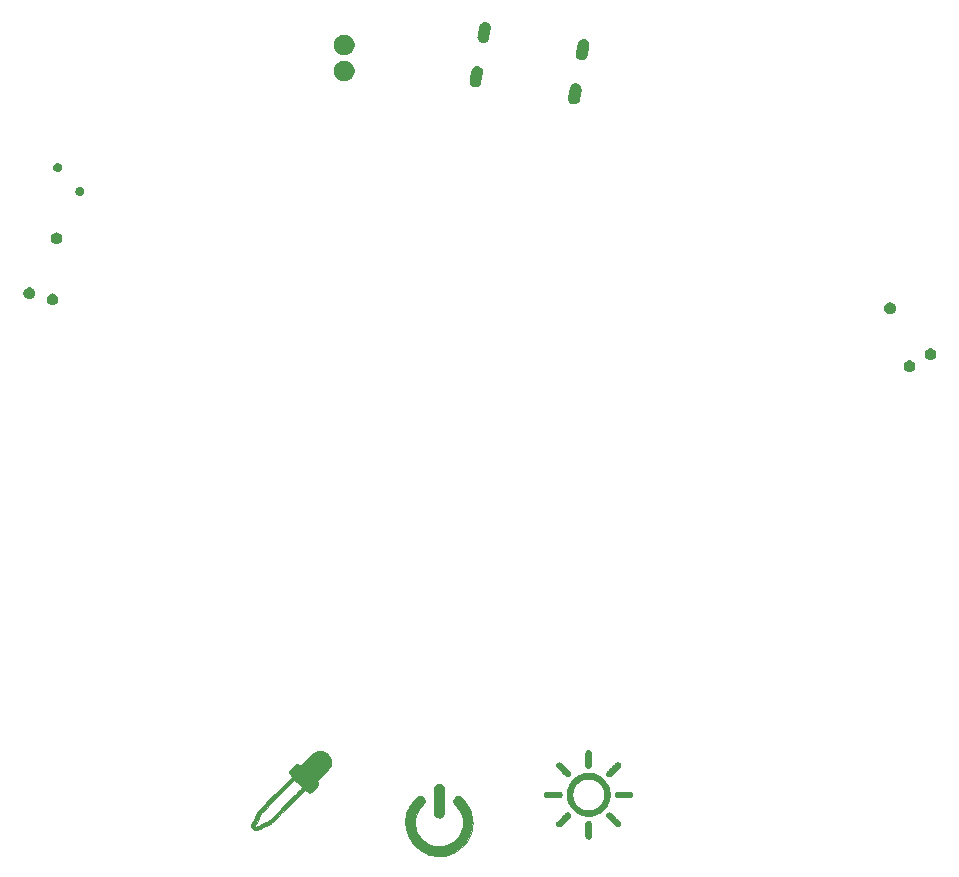
<source format=gts>
G04 #@! TF.GenerationSoftware,KiCad,Pcbnew,5.0.1*
G04 #@! TF.CreationDate,2019-09-08T16:13:15+02:00*
G04 #@! TF.ProjectId,main,6D61696E2E6B696361645F7063620000,rev?*
G04 #@! TF.SameCoordinates,Original*
G04 #@! TF.FileFunction,Soldermask,Top*
G04 #@! TF.FilePolarity,Negative*
%FSLAX46Y46*%
G04 Gerber Fmt 4.6, Leading zero omitted, Abs format (unit mm)*
G04 Created by KiCad (PCBNEW 5.0.1) date Sun 08 Sep 2019 04:13:15 PM CEST*
%MOMM*%
%LPD*%
G01*
G04 APERTURE LIST*
%ADD10C,0.010000*%
%ADD11C,0.100000*%
G04 APERTURE END LIST*
D10*
G04 #@! TO.C,G\002A\002A\002A*
G36*
X112681249Y-119484494D02*
X112686723Y-119484762D01*
X112727972Y-119489602D01*
X112764497Y-119499925D01*
X112797645Y-119516290D01*
X112828763Y-119539257D01*
X112838139Y-119547741D01*
X112867162Y-119580266D01*
X112889446Y-119616641D01*
X112902748Y-119649723D01*
X112911415Y-119677077D01*
X112911415Y-120222200D01*
X112911412Y-120298502D01*
X112911397Y-120367387D01*
X112911367Y-120429253D01*
X112911316Y-120484498D01*
X112911240Y-120533520D01*
X112911132Y-120576717D01*
X112910989Y-120614488D01*
X112910805Y-120647230D01*
X112910574Y-120675342D01*
X112910293Y-120699222D01*
X112909956Y-120719268D01*
X112909558Y-120735878D01*
X112909093Y-120749451D01*
X112908558Y-120760383D01*
X112907947Y-120769075D01*
X112907254Y-120775923D01*
X112906475Y-120781326D01*
X112905605Y-120785681D01*
X112904638Y-120789388D01*
X112904226Y-120790769D01*
X112888238Y-120830813D01*
X112866342Y-120867089D01*
X112839295Y-120898875D01*
X112807854Y-120925450D01*
X112772779Y-120946092D01*
X112734825Y-120960078D01*
X112723846Y-120962691D01*
X112681284Y-120967880D01*
X112639664Y-120965340D01*
X112616838Y-120960582D01*
X112578313Y-120946550D01*
X112542807Y-120925808D01*
X112511363Y-120899210D01*
X112485025Y-120867608D01*
X112468326Y-120839281D01*
X112464501Y-120831652D01*
X112461039Y-120824773D01*
X112457924Y-120818236D01*
X112455138Y-120811636D01*
X112452664Y-120804568D01*
X112450483Y-120796625D01*
X112448579Y-120787401D01*
X112446935Y-120776490D01*
X112445532Y-120763487D01*
X112444354Y-120747986D01*
X112443383Y-120729580D01*
X112442603Y-120707864D01*
X112441994Y-120682433D01*
X112441540Y-120652879D01*
X112441224Y-120618798D01*
X112441029Y-120579782D01*
X112440936Y-120535428D01*
X112440929Y-120485327D01*
X112440989Y-120429075D01*
X112441101Y-120366266D01*
X112441245Y-120296494D01*
X112441406Y-120219353D01*
X112441422Y-120211257D01*
X112442492Y-119673169D01*
X112454450Y-119639781D01*
X112472476Y-119599566D01*
X112495687Y-119565196D01*
X112524144Y-119536612D01*
X112557913Y-119513756D01*
X112597057Y-119496567D01*
X112614568Y-119491174D01*
X112631168Y-119487066D01*
X112645810Y-119484762D01*
X112661502Y-119483993D01*
X112681249Y-119484494D01*
X112681249Y-119484494D01*
G37*
X112681249Y-119484494D02*
X112686723Y-119484762D01*
X112727972Y-119489602D01*
X112764497Y-119499925D01*
X112797645Y-119516290D01*
X112828763Y-119539257D01*
X112838139Y-119547741D01*
X112867162Y-119580266D01*
X112889446Y-119616641D01*
X112902748Y-119649723D01*
X112911415Y-119677077D01*
X112911415Y-120222200D01*
X112911412Y-120298502D01*
X112911397Y-120367387D01*
X112911367Y-120429253D01*
X112911316Y-120484498D01*
X112911240Y-120533520D01*
X112911132Y-120576717D01*
X112910989Y-120614488D01*
X112910805Y-120647230D01*
X112910574Y-120675342D01*
X112910293Y-120699222D01*
X112909956Y-120719268D01*
X112909558Y-120735878D01*
X112909093Y-120749451D01*
X112908558Y-120760383D01*
X112907947Y-120769075D01*
X112907254Y-120775923D01*
X112906475Y-120781326D01*
X112905605Y-120785681D01*
X112904638Y-120789388D01*
X112904226Y-120790769D01*
X112888238Y-120830813D01*
X112866342Y-120867089D01*
X112839295Y-120898875D01*
X112807854Y-120925450D01*
X112772779Y-120946092D01*
X112734825Y-120960078D01*
X112723846Y-120962691D01*
X112681284Y-120967880D01*
X112639664Y-120965340D01*
X112616838Y-120960582D01*
X112578313Y-120946550D01*
X112542807Y-120925808D01*
X112511363Y-120899210D01*
X112485025Y-120867608D01*
X112468326Y-120839281D01*
X112464501Y-120831652D01*
X112461039Y-120824773D01*
X112457924Y-120818236D01*
X112455138Y-120811636D01*
X112452664Y-120804568D01*
X112450483Y-120796625D01*
X112448579Y-120787401D01*
X112446935Y-120776490D01*
X112445532Y-120763487D01*
X112444354Y-120747986D01*
X112443383Y-120729580D01*
X112442603Y-120707864D01*
X112441994Y-120682433D01*
X112441540Y-120652879D01*
X112441224Y-120618798D01*
X112441029Y-120579782D01*
X112440936Y-120535428D01*
X112440929Y-120485327D01*
X112440989Y-120429075D01*
X112441101Y-120366266D01*
X112441245Y-120296494D01*
X112441406Y-120219353D01*
X112441422Y-120211257D01*
X112442492Y-119673169D01*
X112454450Y-119639781D01*
X112472476Y-119599566D01*
X112495687Y-119565196D01*
X112524144Y-119536612D01*
X112557913Y-119513756D01*
X112597057Y-119496567D01*
X112614568Y-119491174D01*
X112631168Y-119487066D01*
X112645810Y-119484762D01*
X112661502Y-119483993D01*
X112681249Y-119484494D01*
G36*
X110928262Y-118750125D02*
X110961495Y-118753246D01*
X110990047Y-118759730D01*
X111016649Y-118770461D01*
X111044029Y-118786322D01*
X111047734Y-118788771D01*
X111081690Y-118815813D01*
X111109074Y-118847052D01*
X111129803Y-118882327D01*
X111143794Y-118921477D01*
X111150963Y-118964342D01*
X111151968Y-118989323D01*
X111148390Y-119032305D01*
X111137823Y-119072052D01*
X111120345Y-119108301D01*
X111116311Y-119114676D01*
X111111045Y-119121177D01*
X111100282Y-119133056D01*
X111084113Y-119150224D01*
X111062625Y-119172591D01*
X111035906Y-119200067D01*
X111004045Y-119232562D01*
X110967131Y-119269986D01*
X110925251Y-119312250D01*
X110878494Y-119359263D01*
X110826948Y-119410936D01*
X110770701Y-119467179D01*
X110718662Y-119519110D01*
X110664026Y-119573589D01*
X110614631Y-119622833D01*
X110570175Y-119667118D01*
X110530358Y-119706717D01*
X110494877Y-119741908D01*
X110463431Y-119772964D01*
X110435719Y-119800161D01*
X110411439Y-119823775D01*
X110390291Y-119844081D01*
X110371972Y-119861354D01*
X110356181Y-119875869D01*
X110342617Y-119887901D01*
X110330979Y-119897727D01*
X110320965Y-119905620D01*
X110312273Y-119911857D01*
X110304603Y-119916712D01*
X110297652Y-119920462D01*
X110291120Y-119923380D01*
X110284705Y-119925743D01*
X110278106Y-119927826D01*
X110271020Y-119929903D01*
X110267862Y-119930830D01*
X110245541Y-119935610D01*
X110219271Y-119938434D01*
X110192125Y-119939182D01*
X110167178Y-119937734D01*
X110152585Y-119935330D01*
X110111009Y-119922658D01*
X110074929Y-119904878D01*
X110043424Y-119881346D01*
X110015573Y-119851417D01*
X109998457Y-119827400D01*
X109982258Y-119798076D01*
X109971529Y-119767849D01*
X109965512Y-119734273D01*
X109964103Y-119716765D01*
X109963581Y-119687657D01*
X109965955Y-119662615D01*
X109971818Y-119638671D01*
X109981761Y-119612856D01*
X109987233Y-119600877D01*
X110002922Y-119567662D01*
X110392323Y-119178487D01*
X110446769Y-119124083D01*
X110495982Y-119074935D01*
X110540249Y-119030766D01*
X110579856Y-118991299D01*
X110615090Y-118956257D01*
X110646237Y-118925362D01*
X110673584Y-118898338D01*
X110697417Y-118874908D01*
X110718022Y-118854794D01*
X110735687Y-118837719D01*
X110750697Y-118823407D01*
X110763340Y-118811579D01*
X110773900Y-118801959D01*
X110782666Y-118794270D01*
X110789924Y-118788235D01*
X110795959Y-118783576D01*
X110801060Y-118780016D01*
X110805511Y-118777279D01*
X110809077Y-118775351D01*
X110838189Y-118762196D01*
X110865406Y-118754009D01*
X110893698Y-118750161D01*
X110926033Y-118750024D01*
X110928262Y-118750125D01*
X110928262Y-118750125D01*
G37*
X110928262Y-118750125D02*
X110961495Y-118753246D01*
X110990047Y-118759730D01*
X111016649Y-118770461D01*
X111044029Y-118786322D01*
X111047734Y-118788771D01*
X111081690Y-118815813D01*
X111109074Y-118847052D01*
X111129803Y-118882327D01*
X111143794Y-118921477D01*
X111150963Y-118964342D01*
X111151968Y-118989323D01*
X111148390Y-119032305D01*
X111137823Y-119072052D01*
X111120345Y-119108301D01*
X111116311Y-119114676D01*
X111111045Y-119121177D01*
X111100282Y-119133056D01*
X111084113Y-119150224D01*
X111062625Y-119172591D01*
X111035906Y-119200067D01*
X111004045Y-119232562D01*
X110967131Y-119269986D01*
X110925251Y-119312250D01*
X110878494Y-119359263D01*
X110826948Y-119410936D01*
X110770701Y-119467179D01*
X110718662Y-119519110D01*
X110664026Y-119573589D01*
X110614631Y-119622833D01*
X110570175Y-119667118D01*
X110530358Y-119706717D01*
X110494877Y-119741908D01*
X110463431Y-119772964D01*
X110435719Y-119800161D01*
X110411439Y-119823775D01*
X110390291Y-119844081D01*
X110371972Y-119861354D01*
X110356181Y-119875869D01*
X110342617Y-119887901D01*
X110330979Y-119897727D01*
X110320965Y-119905620D01*
X110312273Y-119911857D01*
X110304603Y-119916712D01*
X110297652Y-119920462D01*
X110291120Y-119923380D01*
X110284705Y-119925743D01*
X110278106Y-119927826D01*
X110271020Y-119929903D01*
X110267862Y-119930830D01*
X110245541Y-119935610D01*
X110219271Y-119938434D01*
X110192125Y-119939182D01*
X110167178Y-119937734D01*
X110152585Y-119935330D01*
X110111009Y-119922658D01*
X110074929Y-119904878D01*
X110043424Y-119881346D01*
X110015573Y-119851417D01*
X109998457Y-119827400D01*
X109982258Y-119798076D01*
X109971529Y-119767849D01*
X109965512Y-119734273D01*
X109964103Y-119716765D01*
X109963581Y-119687657D01*
X109965955Y-119662615D01*
X109971818Y-119638671D01*
X109981761Y-119612856D01*
X109987233Y-119600877D01*
X110002922Y-119567662D01*
X110392323Y-119178487D01*
X110446769Y-119124083D01*
X110495982Y-119074935D01*
X110540249Y-119030766D01*
X110579856Y-118991299D01*
X110615090Y-118956257D01*
X110646237Y-118925362D01*
X110673584Y-118898338D01*
X110697417Y-118874908D01*
X110718022Y-118854794D01*
X110735687Y-118837719D01*
X110750697Y-118823407D01*
X110763340Y-118811579D01*
X110773900Y-118801959D01*
X110782666Y-118794270D01*
X110789924Y-118788235D01*
X110795959Y-118783576D01*
X110801060Y-118780016D01*
X110805511Y-118777279D01*
X110809077Y-118775351D01*
X110838189Y-118762196D01*
X110865406Y-118754009D01*
X110893698Y-118750161D01*
X110926033Y-118750024D01*
X110928262Y-118750125D01*
G36*
X114474564Y-118751750D02*
X114509969Y-118760442D01*
X114544831Y-118775351D01*
X114548950Y-118777598D01*
X114553470Y-118780427D01*
X114558675Y-118784114D01*
X114564854Y-118788937D01*
X114572292Y-118795172D01*
X114581275Y-118803097D01*
X114592091Y-118812989D01*
X114605025Y-118825124D01*
X114620365Y-118839781D01*
X114638397Y-118857236D01*
X114659406Y-118877766D01*
X114683681Y-118901649D01*
X114711506Y-118929161D01*
X114743170Y-118960580D01*
X114778957Y-118996183D01*
X114819155Y-119036247D01*
X114864050Y-119081049D01*
X114913929Y-119130866D01*
X114961585Y-119178487D01*
X115350986Y-119567662D01*
X115366656Y-119600877D01*
X115378562Y-119628901D01*
X115386063Y-119654268D01*
X115389904Y-119680200D01*
X115390846Y-119705756D01*
X115388298Y-119741593D01*
X115380286Y-119774267D01*
X115366255Y-119805017D01*
X115345654Y-119835079D01*
X115320539Y-119863074D01*
X115298314Y-119883986D01*
X115277745Y-119899507D01*
X115256556Y-119911002D01*
X115232473Y-119919835D01*
X115220190Y-119923278D01*
X115204351Y-119926470D01*
X115184770Y-119929075D01*
X115164040Y-119930890D01*
X115144755Y-119931708D01*
X115129510Y-119931326D01*
X115125123Y-119930791D01*
X115099277Y-119925864D01*
X115078632Y-119920643D01*
X115060586Y-119914371D01*
X115045015Y-119907488D01*
X115040988Y-119905455D01*
X115036756Y-119903022D01*
X115032031Y-119899908D01*
X115026524Y-119895835D01*
X115019945Y-119890523D01*
X115012007Y-119883693D01*
X115002421Y-119875064D01*
X114990896Y-119864359D01*
X114977145Y-119851296D01*
X114960879Y-119835596D01*
X114941809Y-119816981D01*
X114919645Y-119795169D01*
X114894099Y-119769883D01*
X114864883Y-119740843D01*
X114831706Y-119707768D01*
X114794281Y-119670380D01*
X114752318Y-119628399D01*
X114705529Y-119581545D01*
X114653625Y-119529539D01*
X114632419Y-119508287D01*
X114578308Y-119454045D01*
X114529448Y-119405038D01*
X114485561Y-119360978D01*
X114446368Y-119321578D01*
X114411592Y-119286549D01*
X114380954Y-119255603D01*
X114354176Y-119228452D01*
X114330979Y-119204807D01*
X114311086Y-119184381D01*
X114294219Y-119166886D01*
X114280099Y-119152033D01*
X114268448Y-119139535D01*
X114258988Y-119129103D01*
X114251440Y-119120449D01*
X114245527Y-119113285D01*
X114240970Y-119107323D01*
X114237491Y-119102275D01*
X114234812Y-119097852D01*
X114233190Y-119094831D01*
X114216948Y-119056073D01*
X114207890Y-119016686D01*
X114205478Y-118983462D01*
X114207740Y-118945136D01*
X114215746Y-118910476D01*
X114230011Y-118878298D01*
X114251047Y-118847416D01*
X114276643Y-118819307D01*
X114306720Y-118792571D01*
X114336173Y-118772780D01*
X114366383Y-118759327D01*
X114398735Y-118751605D01*
X114434610Y-118749006D01*
X114436649Y-118749000D01*
X114474564Y-118751750D01*
X114474564Y-118751750D01*
G37*
X114474564Y-118751750D02*
X114509969Y-118760442D01*
X114544831Y-118775351D01*
X114548950Y-118777598D01*
X114553470Y-118780427D01*
X114558675Y-118784114D01*
X114564854Y-118788937D01*
X114572292Y-118795172D01*
X114581275Y-118803097D01*
X114592091Y-118812989D01*
X114605025Y-118825124D01*
X114620365Y-118839781D01*
X114638397Y-118857236D01*
X114659406Y-118877766D01*
X114683681Y-118901649D01*
X114711506Y-118929161D01*
X114743170Y-118960580D01*
X114778957Y-118996183D01*
X114819155Y-119036247D01*
X114864050Y-119081049D01*
X114913929Y-119130866D01*
X114961585Y-119178487D01*
X115350986Y-119567662D01*
X115366656Y-119600877D01*
X115378562Y-119628901D01*
X115386063Y-119654268D01*
X115389904Y-119680200D01*
X115390846Y-119705756D01*
X115388298Y-119741593D01*
X115380286Y-119774267D01*
X115366255Y-119805017D01*
X115345654Y-119835079D01*
X115320539Y-119863074D01*
X115298314Y-119883986D01*
X115277745Y-119899507D01*
X115256556Y-119911002D01*
X115232473Y-119919835D01*
X115220190Y-119923278D01*
X115204351Y-119926470D01*
X115184770Y-119929075D01*
X115164040Y-119930890D01*
X115144755Y-119931708D01*
X115129510Y-119931326D01*
X115125123Y-119930791D01*
X115099277Y-119925864D01*
X115078632Y-119920643D01*
X115060586Y-119914371D01*
X115045015Y-119907488D01*
X115040988Y-119905455D01*
X115036756Y-119903022D01*
X115032031Y-119899908D01*
X115026524Y-119895835D01*
X115019945Y-119890523D01*
X115012007Y-119883693D01*
X115002421Y-119875064D01*
X114990896Y-119864359D01*
X114977145Y-119851296D01*
X114960879Y-119835596D01*
X114941809Y-119816981D01*
X114919645Y-119795169D01*
X114894099Y-119769883D01*
X114864883Y-119740843D01*
X114831706Y-119707768D01*
X114794281Y-119670380D01*
X114752318Y-119628399D01*
X114705529Y-119581545D01*
X114653625Y-119529539D01*
X114632419Y-119508287D01*
X114578308Y-119454045D01*
X114529448Y-119405038D01*
X114485561Y-119360978D01*
X114446368Y-119321578D01*
X114411592Y-119286549D01*
X114380954Y-119255603D01*
X114354176Y-119228452D01*
X114330979Y-119204807D01*
X114311086Y-119184381D01*
X114294219Y-119166886D01*
X114280099Y-119152033D01*
X114268448Y-119139535D01*
X114258988Y-119129103D01*
X114251440Y-119120449D01*
X114245527Y-119113285D01*
X114240970Y-119107323D01*
X114237491Y-119102275D01*
X114234812Y-119097852D01*
X114233190Y-119094831D01*
X114216948Y-119056073D01*
X114207890Y-119016686D01*
X114205478Y-118983462D01*
X114207740Y-118945136D01*
X114215746Y-118910476D01*
X114230011Y-118878298D01*
X114251047Y-118847416D01*
X114276643Y-118819307D01*
X114306720Y-118792571D01*
X114336173Y-118772780D01*
X114366383Y-118759327D01*
X114398735Y-118751605D01*
X114434610Y-118749006D01*
X114436649Y-118749000D01*
X114474564Y-118751750D01*
G36*
X112751390Y-115405894D02*
X112870383Y-115413888D01*
X112986938Y-115429254D01*
X113100953Y-115451959D01*
X113212327Y-115481968D01*
X113320957Y-115519244D01*
X113426742Y-115563754D01*
X113529579Y-115615462D01*
X113629367Y-115674334D01*
X113726004Y-115740334D01*
X113818755Y-115812900D01*
X113904272Y-115888494D01*
X113985615Y-115968868D01*
X114062088Y-116053200D01*
X114132992Y-116140668D01*
X114197630Y-116230451D01*
X114255305Y-116321725D01*
X114265841Y-116339908D01*
X114317725Y-116438207D01*
X114362772Y-116539406D01*
X114401074Y-116643807D01*
X114432724Y-116751713D01*
X114457815Y-116863426D01*
X114476440Y-116979249D01*
X114484947Y-117055015D01*
X114486607Y-117078227D01*
X114487898Y-117107715D01*
X114488821Y-117141948D01*
X114489377Y-117179394D01*
X114489566Y-117218523D01*
X114489390Y-117257805D01*
X114488849Y-117295708D01*
X114487944Y-117330702D01*
X114486677Y-117361254D01*
X114485047Y-117385836D01*
X114484752Y-117389123D01*
X114469958Y-117509069D01*
X114448477Y-117625040D01*
X114420231Y-117737226D01*
X114385148Y-117845817D01*
X114343150Y-117951004D01*
X114294164Y-118052977D01*
X114238114Y-118151925D01*
X114174925Y-118248040D01*
X114112078Y-118332038D01*
X114053578Y-118402019D01*
X113989611Y-118471556D01*
X113921732Y-118539147D01*
X113851500Y-118603292D01*
X113780469Y-118662490D01*
X113727631Y-118702723D01*
X113631005Y-118768438D01*
X113531187Y-118827034D01*
X113428266Y-118878486D01*
X113322328Y-118922768D01*
X113213459Y-118959857D01*
X113101747Y-118989728D01*
X112987278Y-119012356D01*
X112870140Y-119027716D01*
X112750419Y-119035784D01*
X112628203Y-119036534D01*
X112562856Y-119033979D01*
X112443395Y-119023820D01*
X112326958Y-119006489D01*
X112213356Y-118981938D01*
X112102402Y-118950121D01*
X111993909Y-118910990D01*
X111887690Y-118864499D01*
X111887600Y-118864456D01*
X111794999Y-118816293D01*
X111703549Y-118760958D01*
X111613974Y-118699084D01*
X111526997Y-118631303D01*
X111443339Y-118558247D01*
X111363724Y-118480547D01*
X111288875Y-118398836D01*
X111219513Y-118313747D01*
X111156362Y-118225911D01*
X111154689Y-118223415D01*
X111093767Y-118126056D01*
X111040074Y-118026705D01*
X110993517Y-117925065D01*
X110954004Y-117820840D01*
X110921444Y-117713732D01*
X110895746Y-117603444D01*
X110876818Y-117489680D01*
X110864568Y-117372144D01*
X110859257Y-117266031D01*
X110859365Y-117240345D01*
X111332365Y-117240345D01*
X111332686Y-117278456D01*
X111333479Y-117314081D01*
X111334753Y-117345757D01*
X111336515Y-117372024D01*
X111337890Y-117385215D01*
X111354438Y-117488665D01*
X111377467Y-117587809D01*
X111407089Y-117682876D01*
X111443418Y-117774092D01*
X111486567Y-117861686D01*
X111536648Y-117945884D01*
X111593775Y-118026914D01*
X111658062Y-118105002D01*
X111729621Y-118180377D01*
X111737691Y-118188270D01*
X111815932Y-118259247D01*
X111896977Y-118322931D01*
X111980823Y-118379321D01*
X112067466Y-118428415D01*
X112156904Y-118470213D01*
X112249132Y-118504711D01*
X112344148Y-118531909D01*
X112441949Y-118551805D01*
X112510877Y-118561255D01*
X112528855Y-118563253D01*
X112545455Y-118565102D01*
X112558058Y-118566511D01*
X112561677Y-118566917D01*
X112574535Y-118567756D01*
X112593901Y-118568225D01*
X112618480Y-118568353D01*
X112646975Y-118568174D01*
X112678091Y-118567719D01*
X112710531Y-118567019D01*
X112742999Y-118566105D01*
X112774198Y-118565010D01*
X112802833Y-118563764D01*
X112827607Y-118562400D01*
X112847224Y-118560948D01*
X112858662Y-118559700D01*
X112945639Y-118545216D01*
X113027249Y-118526848D01*
X113105147Y-118504130D01*
X113180993Y-118476601D01*
X113229892Y-118455945D01*
X113312428Y-118415119D01*
X113393205Y-118367148D01*
X113471590Y-118312621D01*
X113546953Y-118252126D01*
X113618662Y-118186252D01*
X113686086Y-118115587D01*
X113748593Y-118040721D01*
X113805551Y-117962241D01*
X113856329Y-117880737D01*
X113866559Y-117862548D01*
X113907751Y-117780631D01*
X113942748Y-117695324D01*
X113971705Y-117606128D01*
X113994778Y-117512545D01*
X114012123Y-117414076D01*
X114016018Y-117385215D01*
X114018088Y-117363204D01*
X114019667Y-117334852D01*
X114020762Y-117301620D01*
X114021384Y-117264966D01*
X114021538Y-117226351D01*
X114021235Y-117187234D01*
X114020483Y-117149074D01*
X114019288Y-117113330D01*
X114017661Y-117081462D01*
X114015609Y-117054930D01*
X114014065Y-117041339D01*
X113996939Y-116940424D01*
X113973350Y-116843737D01*
X113943119Y-116750859D01*
X113906070Y-116661373D01*
X113862025Y-116574862D01*
X113810805Y-116490908D01*
X113752233Y-116409094D01*
X113736283Y-116388754D01*
X113716563Y-116365204D01*
X113692329Y-116338112D01*
X113664854Y-116308757D01*
X113635409Y-116278418D01*
X113605266Y-116248373D01*
X113575698Y-116219902D01*
X113547976Y-116194283D01*
X113523372Y-116172795D01*
X113513200Y-116164450D01*
X113430792Y-116103360D01*
X113345652Y-116049572D01*
X113257676Y-116003044D01*
X113166761Y-115963735D01*
X113072801Y-115931604D01*
X112975695Y-115906609D01*
X112875338Y-115888708D01*
X112803153Y-115880381D01*
X112778782Y-115878791D01*
X112748552Y-115877788D01*
X112714034Y-115877341D01*
X112676796Y-115877420D01*
X112638407Y-115877994D01*
X112600439Y-115879033D01*
X112564459Y-115880507D01*
X112532038Y-115882385D01*
X112504746Y-115884637D01*
X112489385Y-115886441D01*
X112388379Y-115904042D01*
X112291498Y-115928108D01*
X112198475Y-115958776D01*
X112109044Y-115996182D01*
X112022940Y-116040462D01*
X111939897Y-116091754D01*
X111859648Y-116150193D01*
X111781928Y-116215916D01*
X111707846Y-116287640D01*
X111637940Y-116364699D01*
X111575411Y-116444205D01*
X111520138Y-116526408D01*
X111471997Y-116611561D01*
X111430866Y-116699915D01*
X111396622Y-116791721D01*
X111369142Y-116887232D01*
X111348303Y-116986698D01*
X111339877Y-117041339D01*
X111337544Y-117063666D01*
X111335632Y-117092278D01*
X111334150Y-117125715D01*
X111333106Y-117162512D01*
X111332508Y-117201210D01*
X111332365Y-117240345D01*
X110859365Y-117240345D01*
X110859770Y-117145113D01*
X110867637Y-117026265D01*
X110882808Y-116909671D01*
X110905232Y-116795519D01*
X110934858Y-116683995D01*
X110971635Y-116575287D01*
X111015512Y-116469580D01*
X111066436Y-116367062D01*
X111124359Y-116267919D01*
X111138333Y-116246123D01*
X111188915Y-116172341D01*
X111242303Y-116102166D01*
X111299888Y-116033900D01*
X111363059Y-115965840D01*
X111389248Y-115939248D01*
X111478535Y-115854908D01*
X111570374Y-115777945D01*
X111664863Y-115708319D01*
X111762099Y-115645986D01*
X111862180Y-115590906D01*
X111965204Y-115543036D01*
X112071266Y-115502334D01*
X112180466Y-115468758D01*
X112292900Y-115442267D01*
X112408666Y-115422818D01*
X112527862Y-115410370D01*
X112630062Y-115405309D01*
X112751390Y-115405894D01*
X112751390Y-115405894D01*
G37*
X112751390Y-115405894D02*
X112870383Y-115413888D01*
X112986938Y-115429254D01*
X113100953Y-115451959D01*
X113212327Y-115481968D01*
X113320957Y-115519244D01*
X113426742Y-115563754D01*
X113529579Y-115615462D01*
X113629367Y-115674334D01*
X113726004Y-115740334D01*
X113818755Y-115812900D01*
X113904272Y-115888494D01*
X113985615Y-115968868D01*
X114062088Y-116053200D01*
X114132992Y-116140668D01*
X114197630Y-116230451D01*
X114255305Y-116321725D01*
X114265841Y-116339908D01*
X114317725Y-116438207D01*
X114362772Y-116539406D01*
X114401074Y-116643807D01*
X114432724Y-116751713D01*
X114457815Y-116863426D01*
X114476440Y-116979249D01*
X114484947Y-117055015D01*
X114486607Y-117078227D01*
X114487898Y-117107715D01*
X114488821Y-117141948D01*
X114489377Y-117179394D01*
X114489566Y-117218523D01*
X114489390Y-117257805D01*
X114488849Y-117295708D01*
X114487944Y-117330702D01*
X114486677Y-117361254D01*
X114485047Y-117385836D01*
X114484752Y-117389123D01*
X114469958Y-117509069D01*
X114448477Y-117625040D01*
X114420231Y-117737226D01*
X114385148Y-117845817D01*
X114343150Y-117951004D01*
X114294164Y-118052977D01*
X114238114Y-118151925D01*
X114174925Y-118248040D01*
X114112078Y-118332038D01*
X114053578Y-118402019D01*
X113989611Y-118471556D01*
X113921732Y-118539147D01*
X113851500Y-118603292D01*
X113780469Y-118662490D01*
X113727631Y-118702723D01*
X113631005Y-118768438D01*
X113531187Y-118827034D01*
X113428266Y-118878486D01*
X113322328Y-118922768D01*
X113213459Y-118959857D01*
X113101747Y-118989728D01*
X112987278Y-119012356D01*
X112870140Y-119027716D01*
X112750419Y-119035784D01*
X112628203Y-119036534D01*
X112562856Y-119033979D01*
X112443395Y-119023820D01*
X112326958Y-119006489D01*
X112213356Y-118981938D01*
X112102402Y-118950121D01*
X111993909Y-118910990D01*
X111887690Y-118864499D01*
X111887600Y-118864456D01*
X111794999Y-118816293D01*
X111703549Y-118760958D01*
X111613974Y-118699084D01*
X111526997Y-118631303D01*
X111443339Y-118558247D01*
X111363724Y-118480547D01*
X111288875Y-118398836D01*
X111219513Y-118313747D01*
X111156362Y-118225911D01*
X111154689Y-118223415D01*
X111093767Y-118126056D01*
X111040074Y-118026705D01*
X110993517Y-117925065D01*
X110954004Y-117820840D01*
X110921444Y-117713732D01*
X110895746Y-117603444D01*
X110876818Y-117489680D01*
X110864568Y-117372144D01*
X110859257Y-117266031D01*
X110859365Y-117240345D01*
X111332365Y-117240345D01*
X111332686Y-117278456D01*
X111333479Y-117314081D01*
X111334753Y-117345757D01*
X111336515Y-117372024D01*
X111337890Y-117385215D01*
X111354438Y-117488665D01*
X111377467Y-117587809D01*
X111407089Y-117682876D01*
X111443418Y-117774092D01*
X111486567Y-117861686D01*
X111536648Y-117945884D01*
X111593775Y-118026914D01*
X111658062Y-118105002D01*
X111729621Y-118180377D01*
X111737691Y-118188270D01*
X111815932Y-118259247D01*
X111896977Y-118322931D01*
X111980823Y-118379321D01*
X112067466Y-118428415D01*
X112156904Y-118470213D01*
X112249132Y-118504711D01*
X112344148Y-118531909D01*
X112441949Y-118551805D01*
X112510877Y-118561255D01*
X112528855Y-118563253D01*
X112545455Y-118565102D01*
X112558058Y-118566511D01*
X112561677Y-118566917D01*
X112574535Y-118567756D01*
X112593901Y-118568225D01*
X112618480Y-118568353D01*
X112646975Y-118568174D01*
X112678091Y-118567719D01*
X112710531Y-118567019D01*
X112742999Y-118566105D01*
X112774198Y-118565010D01*
X112802833Y-118563764D01*
X112827607Y-118562400D01*
X112847224Y-118560948D01*
X112858662Y-118559700D01*
X112945639Y-118545216D01*
X113027249Y-118526848D01*
X113105147Y-118504130D01*
X113180993Y-118476601D01*
X113229892Y-118455945D01*
X113312428Y-118415119D01*
X113393205Y-118367148D01*
X113471590Y-118312621D01*
X113546953Y-118252126D01*
X113618662Y-118186252D01*
X113686086Y-118115587D01*
X113748593Y-118040721D01*
X113805551Y-117962241D01*
X113856329Y-117880737D01*
X113866559Y-117862548D01*
X113907751Y-117780631D01*
X113942748Y-117695324D01*
X113971705Y-117606128D01*
X113994778Y-117512545D01*
X114012123Y-117414076D01*
X114016018Y-117385215D01*
X114018088Y-117363204D01*
X114019667Y-117334852D01*
X114020762Y-117301620D01*
X114021384Y-117264966D01*
X114021538Y-117226351D01*
X114021235Y-117187234D01*
X114020483Y-117149074D01*
X114019288Y-117113330D01*
X114017661Y-117081462D01*
X114015609Y-117054930D01*
X114014065Y-117041339D01*
X113996939Y-116940424D01*
X113973350Y-116843737D01*
X113943119Y-116750859D01*
X113906070Y-116661373D01*
X113862025Y-116574862D01*
X113810805Y-116490908D01*
X113752233Y-116409094D01*
X113736283Y-116388754D01*
X113716563Y-116365204D01*
X113692329Y-116338112D01*
X113664854Y-116308757D01*
X113635409Y-116278418D01*
X113605266Y-116248373D01*
X113575698Y-116219902D01*
X113547976Y-116194283D01*
X113523372Y-116172795D01*
X113513200Y-116164450D01*
X113430792Y-116103360D01*
X113345652Y-116049572D01*
X113257676Y-116003044D01*
X113166761Y-115963735D01*
X113072801Y-115931604D01*
X112975695Y-115906609D01*
X112875338Y-115888708D01*
X112803153Y-115880381D01*
X112778782Y-115878791D01*
X112748552Y-115877788D01*
X112714034Y-115877341D01*
X112676796Y-115877420D01*
X112638407Y-115877994D01*
X112600439Y-115879033D01*
X112564459Y-115880507D01*
X112532038Y-115882385D01*
X112504746Y-115884637D01*
X112489385Y-115886441D01*
X112388379Y-115904042D01*
X112291498Y-115928108D01*
X112198475Y-115958776D01*
X112109044Y-115996182D01*
X112022940Y-116040462D01*
X111939897Y-116091754D01*
X111859648Y-116150193D01*
X111781928Y-116215916D01*
X111707846Y-116287640D01*
X111637940Y-116364699D01*
X111575411Y-116444205D01*
X111520138Y-116526408D01*
X111471997Y-116611561D01*
X111430866Y-116699915D01*
X111396622Y-116791721D01*
X111369142Y-116887232D01*
X111348303Y-116986698D01*
X111339877Y-117041339D01*
X111337544Y-117063666D01*
X111335632Y-117092278D01*
X111334150Y-117125715D01*
X111333106Y-117162512D01*
X111332508Y-117201210D01*
X111332365Y-117240345D01*
X110859365Y-117240345D01*
X110859770Y-117145113D01*
X110867637Y-117026265D01*
X110882808Y-116909671D01*
X110905232Y-116795519D01*
X110934858Y-116683995D01*
X110971635Y-116575287D01*
X111015512Y-116469580D01*
X111066436Y-116367062D01*
X111124359Y-116267919D01*
X111138333Y-116246123D01*
X111188915Y-116172341D01*
X111242303Y-116102166D01*
X111299888Y-116033900D01*
X111363059Y-115965840D01*
X111389248Y-115939248D01*
X111478535Y-115854908D01*
X111570374Y-115777945D01*
X111664863Y-115708319D01*
X111762099Y-115645986D01*
X111862180Y-115590906D01*
X111965204Y-115543036D01*
X112071266Y-115502334D01*
X112180466Y-115468758D01*
X112292900Y-115442267D01*
X112408666Y-115422818D01*
X112527862Y-115410370D01*
X112630062Y-115405309D01*
X112751390Y-115405894D01*
G36*
X109987214Y-116987200D02*
X110031314Y-116987266D01*
X110069927Y-116987382D01*
X110103441Y-116987552D01*
X110132244Y-116987780D01*
X110156724Y-116988069D01*
X110177270Y-116988421D01*
X110194269Y-116988841D01*
X110208110Y-116989331D01*
X110219181Y-116989895D01*
X110227869Y-116990535D01*
X110234562Y-116991256D01*
X110239650Y-116992059D01*
X110240604Y-116992250D01*
X110280461Y-117004372D01*
X110316641Y-117022950D01*
X110348561Y-117047266D01*
X110375642Y-117076602D01*
X110397301Y-117110238D01*
X110412959Y-117147455D01*
X110422033Y-117187535D01*
X110424169Y-117219334D01*
X110420465Y-117262654D01*
X110409664Y-117303379D01*
X110392232Y-117340882D01*
X110368636Y-117374536D01*
X110339342Y-117403715D01*
X110304816Y-117427791D01*
X110265524Y-117446137D01*
X110252054Y-117450686D01*
X110248555Y-117451619D01*
X110244157Y-117452462D01*
X110238460Y-117453219D01*
X110231066Y-117453897D01*
X110221579Y-117454499D01*
X110209598Y-117455032D01*
X110194727Y-117455500D01*
X110176568Y-117455908D01*
X110154723Y-117456263D01*
X110128792Y-117456568D01*
X110098380Y-117456829D01*
X110063086Y-117457052D01*
X110022515Y-117457241D01*
X109976266Y-117457401D01*
X109923943Y-117457539D01*
X109865148Y-117457658D01*
X109799482Y-117457764D01*
X109726547Y-117457863D01*
X109697339Y-117457899D01*
X109633008Y-117457956D01*
X109570583Y-117457971D01*
X109510538Y-117457946D01*
X109453343Y-117457882D01*
X109399471Y-117457781D01*
X109349394Y-117457646D01*
X109303585Y-117457478D01*
X109262515Y-117457279D01*
X109226657Y-117457051D01*
X109196484Y-117456796D01*
X109172466Y-117456516D01*
X109155077Y-117456212D01*
X109144788Y-117455886D01*
X109142417Y-117455711D01*
X109102659Y-117446646D01*
X109065214Y-117430618D01*
X109031098Y-117408357D01*
X109001330Y-117380590D01*
X108976927Y-117348047D01*
X108967037Y-117330173D01*
X108950311Y-117288617D01*
X108941376Y-117247465D01*
X108940230Y-117206496D01*
X108946874Y-117165492D01*
X108961307Y-117124232D01*
X108966738Y-117112615D01*
X108988259Y-117077359D01*
X109015437Y-117047468D01*
X109048310Y-117022909D01*
X109086918Y-117003649D01*
X109098181Y-116999405D01*
X109128769Y-116988585D01*
X109670829Y-116987528D01*
X109748184Y-116987386D01*
X109818112Y-116987279D01*
X109881001Y-116987210D01*
X109937239Y-116987183D01*
X109987214Y-116987200D01*
X109987214Y-116987200D01*
G37*
X109987214Y-116987200D02*
X110031314Y-116987266D01*
X110069927Y-116987382D01*
X110103441Y-116987552D01*
X110132244Y-116987780D01*
X110156724Y-116988069D01*
X110177270Y-116988421D01*
X110194269Y-116988841D01*
X110208110Y-116989331D01*
X110219181Y-116989895D01*
X110227869Y-116990535D01*
X110234562Y-116991256D01*
X110239650Y-116992059D01*
X110240604Y-116992250D01*
X110280461Y-117004372D01*
X110316641Y-117022950D01*
X110348561Y-117047266D01*
X110375642Y-117076602D01*
X110397301Y-117110238D01*
X110412959Y-117147455D01*
X110422033Y-117187535D01*
X110424169Y-117219334D01*
X110420465Y-117262654D01*
X110409664Y-117303379D01*
X110392232Y-117340882D01*
X110368636Y-117374536D01*
X110339342Y-117403715D01*
X110304816Y-117427791D01*
X110265524Y-117446137D01*
X110252054Y-117450686D01*
X110248555Y-117451619D01*
X110244157Y-117452462D01*
X110238460Y-117453219D01*
X110231066Y-117453897D01*
X110221579Y-117454499D01*
X110209598Y-117455032D01*
X110194727Y-117455500D01*
X110176568Y-117455908D01*
X110154723Y-117456263D01*
X110128792Y-117456568D01*
X110098380Y-117456829D01*
X110063086Y-117457052D01*
X110022515Y-117457241D01*
X109976266Y-117457401D01*
X109923943Y-117457539D01*
X109865148Y-117457658D01*
X109799482Y-117457764D01*
X109726547Y-117457863D01*
X109697339Y-117457899D01*
X109633008Y-117457956D01*
X109570583Y-117457971D01*
X109510538Y-117457946D01*
X109453343Y-117457882D01*
X109399471Y-117457781D01*
X109349394Y-117457646D01*
X109303585Y-117457478D01*
X109262515Y-117457279D01*
X109226657Y-117457051D01*
X109196484Y-117456796D01*
X109172466Y-117456516D01*
X109155077Y-117456212D01*
X109144788Y-117455886D01*
X109142417Y-117455711D01*
X109102659Y-117446646D01*
X109065214Y-117430618D01*
X109031098Y-117408357D01*
X109001330Y-117380590D01*
X108976927Y-117348047D01*
X108967037Y-117330173D01*
X108950311Y-117288617D01*
X108941376Y-117247465D01*
X108940230Y-117206496D01*
X108946874Y-117165492D01*
X108961307Y-117124232D01*
X108966738Y-117112615D01*
X108988259Y-117077359D01*
X109015437Y-117047468D01*
X109048310Y-117022909D01*
X109086918Y-117003649D01*
X109098181Y-116999405D01*
X109128769Y-116988585D01*
X109670829Y-116987528D01*
X109748184Y-116987386D01*
X109818112Y-116987279D01*
X109881001Y-116987210D01*
X109937239Y-116987183D01*
X109987214Y-116987200D01*
G36*
X115752766Y-116986632D02*
X115822017Y-116986644D01*
X115884271Y-116986679D01*
X115939937Y-116986750D01*
X115989422Y-116986869D01*
X116033137Y-116987048D01*
X116071491Y-116987300D01*
X116104891Y-116987637D01*
X116133748Y-116988072D01*
X116158470Y-116988617D01*
X116179465Y-116989284D01*
X116197144Y-116990086D01*
X116211915Y-116991036D01*
X116224186Y-116992145D01*
X116234367Y-116993427D01*
X116242867Y-116994893D01*
X116250094Y-116996556D01*
X116256458Y-116998428D01*
X116262368Y-117000522D01*
X116268232Y-117002850D01*
X116272812Y-117004744D01*
X116294017Y-117015578D01*
X116316766Y-117030544D01*
X116338269Y-117047583D01*
X116355739Y-117064640D01*
X116358657Y-117068059D01*
X116382758Y-117103440D01*
X116400144Y-117142018D01*
X116410559Y-117182767D01*
X116413749Y-117224664D01*
X116409459Y-117266684D01*
X116408803Y-117269939D01*
X116396396Y-117310835D01*
X116377313Y-117348083D01*
X116352057Y-117381115D01*
X116321135Y-117409362D01*
X116285053Y-117432253D01*
X116251627Y-117446752D01*
X116221231Y-117457508D01*
X115689785Y-117458068D01*
X115625570Y-117458112D01*
X115563260Y-117458108D01*
X115503329Y-117458059D01*
X115446250Y-117457967D01*
X115392495Y-117457834D01*
X115342539Y-117457663D01*
X115296854Y-117457455D01*
X115255914Y-117457213D01*
X115220191Y-117456940D01*
X115190160Y-117456638D01*
X115166293Y-117456308D01*
X115149064Y-117455954D01*
X115138946Y-117455577D01*
X115136731Y-117455386D01*
X115096564Y-117445628D01*
X115059825Y-117429373D01*
X115026995Y-117407362D01*
X114998555Y-117380334D01*
X114974986Y-117349033D01*
X114956768Y-117314198D01*
X114944383Y-117276570D01*
X114938313Y-117236891D01*
X114939037Y-117195902D01*
X114945358Y-117160567D01*
X114959331Y-117121123D01*
X114979741Y-117085562D01*
X115005912Y-117054523D01*
X115037169Y-117028649D01*
X115072836Y-117008581D01*
X115112237Y-116994962D01*
X115122028Y-116992754D01*
X115127072Y-116991870D01*
X115133333Y-116991074D01*
X115141213Y-116990361D01*
X115151117Y-116989727D01*
X115163446Y-116989168D01*
X115178605Y-116988678D01*
X115196996Y-116988254D01*
X115219023Y-116987891D01*
X115245088Y-116987584D01*
X115275595Y-116987330D01*
X115310947Y-116987123D01*
X115351548Y-116986959D01*
X115397799Y-116986834D01*
X115450105Y-116986743D01*
X115508869Y-116986682D01*
X115574493Y-116986647D01*
X115647381Y-116986632D01*
X115676108Y-116986631D01*
X115752766Y-116986632D01*
X115752766Y-116986632D01*
G37*
X115752766Y-116986632D02*
X115822017Y-116986644D01*
X115884271Y-116986679D01*
X115939937Y-116986750D01*
X115989422Y-116986869D01*
X116033137Y-116987048D01*
X116071491Y-116987300D01*
X116104891Y-116987637D01*
X116133748Y-116988072D01*
X116158470Y-116988617D01*
X116179465Y-116989284D01*
X116197144Y-116990086D01*
X116211915Y-116991036D01*
X116224186Y-116992145D01*
X116234367Y-116993427D01*
X116242867Y-116994893D01*
X116250094Y-116996556D01*
X116256458Y-116998428D01*
X116262368Y-117000522D01*
X116268232Y-117002850D01*
X116272812Y-117004744D01*
X116294017Y-117015578D01*
X116316766Y-117030544D01*
X116338269Y-117047583D01*
X116355739Y-117064640D01*
X116358657Y-117068059D01*
X116382758Y-117103440D01*
X116400144Y-117142018D01*
X116410559Y-117182767D01*
X116413749Y-117224664D01*
X116409459Y-117266684D01*
X116408803Y-117269939D01*
X116396396Y-117310835D01*
X116377313Y-117348083D01*
X116352057Y-117381115D01*
X116321135Y-117409362D01*
X116285053Y-117432253D01*
X116251627Y-117446752D01*
X116221231Y-117457508D01*
X115689785Y-117458068D01*
X115625570Y-117458112D01*
X115563260Y-117458108D01*
X115503329Y-117458059D01*
X115446250Y-117457967D01*
X115392495Y-117457834D01*
X115342539Y-117457663D01*
X115296854Y-117457455D01*
X115255914Y-117457213D01*
X115220191Y-117456940D01*
X115190160Y-117456638D01*
X115166293Y-117456308D01*
X115149064Y-117455954D01*
X115138946Y-117455577D01*
X115136731Y-117455386D01*
X115096564Y-117445628D01*
X115059825Y-117429373D01*
X115026995Y-117407362D01*
X114998555Y-117380334D01*
X114974986Y-117349033D01*
X114956768Y-117314198D01*
X114944383Y-117276570D01*
X114938313Y-117236891D01*
X114939037Y-117195902D01*
X114945358Y-117160567D01*
X114959331Y-117121123D01*
X114979741Y-117085562D01*
X115005912Y-117054523D01*
X115037169Y-117028649D01*
X115072836Y-117008581D01*
X115112237Y-116994962D01*
X115122028Y-116992754D01*
X115127072Y-116991870D01*
X115133333Y-116991074D01*
X115141213Y-116990361D01*
X115151117Y-116989727D01*
X115163446Y-116989168D01*
X115178605Y-116988678D01*
X115196996Y-116988254D01*
X115219023Y-116987891D01*
X115245088Y-116987584D01*
X115275595Y-116987330D01*
X115310947Y-116987123D01*
X115351548Y-116986959D01*
X115397799Y-116986834D01*
X115450105Y-116986743D01*
X115508869Y-116986682D01*
X115574493Y-116986647D01*
X115647381Y-116986632D01*
X115676108Y-116986631D01*
X115752766Y-116986632D01*
G36*
X110259449Y-114524614D02*
X110300923Y-114538537D01*
X110312800Y-114544053D01*
X110317257Y-114546309D01*
X110321649Y-114548717D01*
X110326268Y-114551557D01*
X110331407Y-114555111D01*
X110337357Y-114559662D01*
X110344411Y-114565490D01*
X110352860Y-114572877D01*
X110362996Y-114582105D01*
X110375111Y-114593455D01*
X110389498Y-114607209D01*
X110406447Y-114623649D01*
X110426252Y-114643055D01*
X110449204Y-114665710D01*
X110475596Y-114691895D01*
X110505718Y-114721891D01*
X110539863Y-114755981D01*
X110578324Y-114794445D01*
X110621391Y-114837566D01*
X110669358Y-114885625D01*
X110722515Y-114938903D01*
X110729236Y-114945639D01*
X110783200Y-114999740D01*
X110831917Y-115048603D01*
X110875663Y-115092517D01*
X110914717Y-115131771D01*
X110949358Y-115166653D01*
X110979862Y-115197453D01*
X111006509Y-115224457D01*
X111029577Y-115247955D01*
X111049343Y-115268236D01*
X111066087Y-115285588D01*
X111080085Y-115300300D01*
X111091617Y-115312660D01*
X111100960Y-115322958D01*
X111108392Y-115331480D01*
X111114192Y-115338517D01*
X111118639Y-115344356D01*
X111122009Y-115349286D01*
X111124581Y-115353596D01*
X111126634Y-115357575D01*
X111126964Y-115358265D01*
X111141908Y-115398893D01*
X111149419Y-115441525D01*
X111149816Y-115479015D01*
X111144697Y-115515334D01*
X111134490Y-115550782D01*
X111119911Y-115583901D01*
X111101680Y-115613234D01*
X111080512Y-115637321D01*
X111066151Y-115649036D01*
X111026064Y-115673370D01*
X110986372Y-115689984D01*
X110946780Y-115698940D01*
X110906994Y-115700302D01*
X110866717Y-115694135D01*
X110862619Y-115693098D01*
X110854436Y-115691006D01*
X110847007Y-115689084D01*
X110840029Y-115687059D01*
X110833198Y-115684659D01*
X110826210Y-115681609D01*
X110818763Y-115677636D01*
X110810553Y-115672467D01*
X110801276Y-115665827D01*
X110790629Y-115657445D01*
X110778308Y-115647046D01*
X110764011Y-115634356D01*
X110747432Y-115619103D01*
X110728270Y-115601013D01*
X110706220Y-115579813D01*
X110680980Y-115555228D01*
X110652245Y-115526986D01*
X110619712Y-115494814D01*
X110583078Y-115458437D01*
X110542039Y-115417582D01*
X110496292Y-115371977D01*
X110445533Y-115321347D01*
X110403327Y-115279249D01*
X110354353Y-115230354D01*
X110307375Y-115183349D01*
X110262683Y-115138529D01*
X110220570Y-115096190D01*
X110181328Y-115056630D01*
X110145248Y-115020144D01*
X110112623Y-114987030D01*
X110083744Y-114957583D01*
X110058904Y-114932099D01*
X110038395Y-114910877D01*
X110022507Y-114894211D01*
X110011535Y-114882398D01*
X110005768Y-114875735D01*
X110005298Y-114875095D01*
X109986182Y-114841219D01*
X109972815Y-114804345D01*
X109965612Y-114766234D01*
X109964988Y-114728650D01*
X109966963Y-114712391D01*
X109977514Y-114671331D01*
X109994460Y-114633642D01*
X110017238Y-114600101D01*
X110045285Y-114571482D01*
X110078040Y-114548560D01*
X110090615Y-114541977D01*
X110131267Y-114526659D01*
X110173622Y-114518666D01*
X110216682Y-114517987D01*
X110259449Y-114524614D01*
X110259449Y-114524614D01*
G37*
X110259449Y-114524614D02*
X110300923Y-114538537D01*
X110312800Y-114544053D01*
X110317257Y-114546309D01*
X110321649Y-114548717D01*
X110326268Y-114551557D01*
X110331407Y-114555111D01*
X110337357Y-114559662D01*
X110344411Y-114565490D01*
X110352860Y-114572877D01*
X110362996Y-114582105D01*
X110375111Y-114593455D01*
X110389498Y-114607209D01*
X110406447Y-114623649D01*
X110426252Y-114643055D01*
X110449204Y-114665710D01*
X110475596Y-114691895D01*
X110505718Y-114721891D01*
X110539863Y-114755981D01*
X110578324Y-114794445D01*
X110621391Y-114837566D01*
X110669358Y-114885625D01*
X110722515Y-114938903D01*
X110729236Y-114945639D01*
X110783200Y-114999740D01*
X110831917Y-115048603D01*
X110875663Y-115092517D01*
X110914717Y-115131771D01*
X110949358Y-115166653D01*
X110979862Y-115197453D01*
X111006509Y-115224457D01*
X111029577Y-115247955D01*
X111049343Y-115268236D01*
X111066087Y-115285588D01*
X111080085Y-115300300D01*
X111091617Y-115312660D01*
X111100960Y-115322958D01*
X111108392Y-115331480D01*
X111114192Y-115338517D01*
X111118639Y-115344356D01*
X111122009Y-115349286D01*
X111124581Y-115353596D01*
X111126634Y-115357575D01*
X111126964Y-115358265D01*
X111141908Y-115398893D01*
X111149419Y-115441525D01*
X111149816Y-115479015D01*
X111144697Y-115515334D01*
X111134490Y-115550782D01*
X111119911Y-115583901D01*
X111101680Y-115613234D01*
X111080512Y-115637321D01*
X111066151Y-115649036D01*
X111026064Y-115673370D01*
X110986372Y-115689984D01*
X110946780Y-115698940D01*
X110906994Y-115700302D01*
X110866717Y-115694135D01*
X110862619Y-115693098D01*
X110854436Y-115691006D01*
X110847007Y-115689084D01*
X110840029Y-115687059D01*
X110833198Y-115684659D01*
X110826210Y-115681609D01*
X110818763Y-115677636D01*
X110810553Y-115672467D01*
X110801276Y-115665827D01*
X110790629Y-115657445D01*
X110778308Y-115647046D01*
X110764011Y-115634356D01*
X110747432Y-115619103D01*
X110728270Y-115601013D01*
X110706220Y-115579813D01*
X110680980Y-115555228D01*
X110652245Y-115526986D01*
X110619712Y-115494814D01*
X110583078Y-115458437D01*
X110542039Y-115417582D01*
X110496292Y-115371977D01*
X110445533Y-115321347D01*
X110403327Y-115279249D01*
X110354353Y-115230354D01*
X110307375Y-115183349D01*
X110262683Y-115138529D01*
X110220570Y-115096190D01*
X110181328Y-115056630D01*
X110145248Y-115020144D01*
X110112623Y-114987030D01*
X110083744Y-114957583D01*
X110058904Y-114932099D01*
X110038395Y-114910877D01*
X110022507Y-114894211D01*
X110011535Y-114882398D01*
X110005768Y-114875735D01*
X110005298Y-114875095D01*
X109986182Y-114841219D01*
X109972815Y-114804345D01*
X109965612Y-114766234D01*
X109964988Y-114728650D01*
X109966963Y-114712391D01*
X109977514Y-114671331D01*
X109994460Y-114633642D01*
X110017238Y-114600101D01*
X110045285Y-114571482D01*
X110078040Y-114548560D01*
X110090615Y-114541977D01*
X110131267Y-114526659D01*
X110173622Y-114518666D01*
X110216682Y-114517987D01*
X110259449Y-114524614D01*
G36*
X115206768Y-114514989D02*
X115243470Y-114527359D01*
X115277792Y-114546145D01*
X115309075Y-114571080D01*
X115336660Y-114601893D01*
X115359889Y-114638316D01*
X115373368Y-114667415D01*
X115381281Y-114694391D01*
X115385817Y-114725511D01*
X115386804Y-114757790D01*
X115384070Y-114788244D01*
X115381157Y-114802231D01*
X115377670Y-114815050D01*
X115373983Y-114826685D01*
X115369641Y-114837712D01*
X115364191Y-114848710D01*
X115357178Y-114860253D01*
X115348147Y-114872920D01*
X115336645Y-114887287D01*
X115322216Y-114903931D01*
X115304407Y-114923429D01*
X115282762Y-114946357D01*
X115256829Y-114973292D01*
X115226151Y-115004811D01*
X115202624Y-115028877D01*
X115176640Y-115055380D01*
X115145918Y-115086633D01*
X115111234Y-115121848D01*
X115073366Y-115160239D01*
X115033091Y-115201020D01*
X114991188Y-115243403D01*
X114948432Y-115286601D01*
X114905603Y-115329829D01*
X114863477Y-115372299D01*
X114822832Y-115413224D01*
X114817659Y-115418429D01*
X114775566Y-115460764D01*
X114738594Y-115497912D01*
X114706362Y-115530236D01*
X114678487Y-115558098D01*
X114654588Y-115581861D01*
X114634281Y-115601887D01*
X114617186Y-115618538D01*
X114602920Y-115632178D01*
X114591101Y-115643168D01*
X114581347Y-115651870D01*
X114573276Y-115658648D01*
X114566505Y-115663864D01*
X114560654Y-115667880D01*
X114555340Y-115671059D01*
X114550180Y-115673763D01*
X114546785Y-115675411D01*
X114520944Y-115685679D01*
X114492107Y-115693793D01*
X114463431Y-115699023D01*
X114438077Y-115700634D01*
X114438002Y-115700633D01*
X114424300Y-115699629D01*
X114407107Y-115697391D01*
X114392978Y-115694938D01*
X114353040Y-115683222D01*
X114316595Y-115665055D01*
X114284257Y-115641176D01*
X114256638Y-115612328D01*
X114234352Y-115579251D01*
X114218013Y-115542688D01*
X114208234Y-115503378D01*
X114205538Y-115468492D01*
X114207340Y-115436784D01*
X114213247Y-115407814D01*
X114224004Y-115378660D01*
X114233507Y-115359077D01*
X114236654Y-115353632D01*
X114241025Y-115347150D01*
X114246857Y-115339386D01*
X114254384Y-115330097D01*
X114263839Y-115319040D01*
X114275457Y-115305970D01*
X114289473Y-115290643D01*
X114306122Y-115272817D01*
X114325637Y-115252246D01*
X114348254Y-115228688D01*
X114374206Y-115201899D01*
X114403729Y-115171634D01*
X114437056Y-115137650D01*
X114474422Y-115099704D01*
X114516062Y-115057551D01*
X114562210Y-115010948D01*
X114613100Y-114959650D01*
X114668968Y-114903416D01*
X114730047Y-114841999D01*
X114754623Y-114817300D01*
X114799214Y-114772508D01*
X114838661Y-114732926D01*
X114873322Y-114698212D01*
X114903553Y-114668024D01*
X114929710Y-114642020D01*
X114952152Y-114619859D01*
X114971235Y-114601198D01*
X114987316Y-114585695D01*
X115000752Y-114573010D01*
X115011900Y-114562799D01*
X115021116Y-114554721D01*
X115028759Y-114548434D01*
X115035184Y-114543596D01*
X115040750Y-114539866D01*
X115045812Y-114536901D01*
X115049326Y-114535058D01*
X115088964Y-114519071D01*
X115128856Y-114510576D01*
X115168344Y-114509305D01*
X115206768Y-114514989D01*
X115206768Y-114514989D01*
G37*
X115206768Y-114514989D02*
X115243470Y-114527359D01*
X115277792Y-114546145D01*
X115309075Y-114571080D01*
X115336660Y-114601893D01*
X115359889Y-114638316D01*
X115373368Y-114667415D01*
X115381281Y-114694391D01*
X115385817Y-114725511D01*
X115386804Y-114757790D01*
X115384070Y-114788244D01*
X115381157Y-114802231D01*
X115377670Y-114815050D01*
X115373983Y-114826685D01*
X115369641Y-114837712D01*
X115364191Y-114848710D01*
X115357178Y-114860253D01*
X115348147Y-114872920D01*
X115336645Y-114887287D01*
X115322216Y-114903931D01*
X115304407Y-114923429D01*
X115282762Y-114946357D01*
X115256829Y-114973292D01*
X115226151Y-115004811D01*
X115202624Y-115028877D01*
X115176640Y-115055380D01*
X115145918Y-115086633D01*
X115111234Y-115121848D01*
X115073366Y-115160239D01*
X115033091Y-115201020D01*
X114991188Y-115243403D01*
X114948432Y-115286601D01*
X114905603Y-115329829D01*
X114863477Y-115372299D01*
X114822832Y-115413224D01*
X114817659Y-115418429D01*
X114775566Y-115460764D01*
X114738594Y-115497912D01*
X114706362Y-115530236D01*
X114678487Y-115558098D01*
X114654588Y-115581861D01*
X114634281Y-115601887D01*
X114617186Y-115618538D01*
X114602920Y-115632178D01*
X114591101Y-115643168D01*
X114581347Y-115651870D01*
X114573276Y-115658648D01*
X114566505Y-115663864D01*
X114560654Y-115667880D01*
X114555340Y-115671059D01*
X114550180Y-115673763D01*
X114546785Y-115675411D01*
X114520944Y-115685679D01*
X114492107Y-115693793D01*
X114463431Y-115699023D01*
X114438077Y-115700634D01*
X114438002Y-115700633D01*
X114424300Y-115699629D01*
X114407107Y-115697391D01*
X114392978Y-115694938D01*
X114353040Y-115683222D01*
X114316595Y-115665055D01*
X114284257Y-115641176D01*
X114256638Y-115612328D01*
X114234352Y-115579251D01*
X114218013Y-115542688D01*
X114208234Y-115503378D01*
X114205538Y-115468492D01*
X114207340Y-115436784D01*
X114213247Y-115407814D01*
X114224004Y-115378660D01*
X114233507Y-115359077D01*
X114236654Y-115353632D01*
X114241025Y-115347150D01*
X114246857Y-115339386D01*
X114254384Y-115330097D01*
X114263839Y-115319040D01*
X114275457Y-115305970D01*
X114289473Y-115290643D01*
X114306122Y-115272817D01*
X114325637Y-115252246D01*
X114348254Y-115228688D01*
X114374206Y-115201899D01*
X114403729Y-115171634D01*
X114437056Y-115137650D01*
X114474422Y-115099704D01*
X114516062Y-115057551D01*
X114562210Y-115010948D01*
X114613100Y-114959650D01*
X114668968Y-114903416D01*
X114730047Y-114841999D01*
X114754623Y-114817300D01*
X114799214Y-114772508D01*
X114838661Y-114732926D01*
X114873322Y-114698212D01*
X114903553Y-114668024D01*
X114929710Y-114642020D01*
X114952152Y-114619859D01*
X114971235Y-114601198D01*
X114987316Y-114585695D01*
X115000752Y-114573010D01*
X115011900Y-114562799D01*
X115021116Y-114554721D01*
X115028759Y-114548434D01*
X115035184Y-114543596D01*
X115040750Y-114539866D01*
X115045812Y-114536901D01*
X115049326Y-114535058D01*
X115088964Y-114519071D01*
X115128856Y-114510576D01*
X115168344Y-114509305D01*
X115206768Y-114514989D01*
G36*
X112703347Y-113487243D02*
X112727249Y-113491163D01*
X112765984Y-113503253D01*
X112802028Y-113522107D01*
X112834508Y-113546887D01*
X112862553Y-113576754D01*
X112885292Y-113610873D01*
X112901851Y-113648404D01*
X112906277Y-113663139D01*
X112907021Y-113667303D01*
X112907693Y-113674094D01*
X112908298Y-113683861D01*
X112908838Y-113696953D01*
X112909316Y-113713719D01*
X112909736Y-113734507D01*
X112910100Y-113759667D01*
X112910413Y-113789546D01*
X112910676Y-113824495D01*
X112910894Y-113864861D01*
X112911069Y-113910994D01*
X112911204Y-113963242D01*
X112911304Y-114021955D01*
X112911370Y-114087480D01*
X112911406Y-114160168D01*
X112911415Y-114229754D01*
X112911415Y-114776831D01*
X112902748Y-114804185D01*
X112886228Y-114843546D01*
X112862814Y-114879304D01*
X112838139Y-114906167D01*
X112808793Y-114930431D01*
X112778456Y-114948228D01*
X112745585Y-114960179D01*
X112708638Y-114966905D01*
X112682815Y-114968731D01*
X112661492Y-114969257D01*
X112645420Y-114968873D01*
X112632061Y-114967327D01*
X112618878Y-114964367D01*
X112608569Y-114961373D01*
X112567670Y-114945302D01*
X112532393Y-114923823D01*
X112502587Y-114896790D01*
X112478097Y-114864057D01*
X112458771Y-114825478D01*
X112454450Y-114814126D01*
X112442492Y-114780739D01*
X112442492Y-114229754D01*
X112442496Y-114153025D01*
X112442510Y-114083715D01*
X112442540Y-114021430D01*
X112442590Y-113965772D01*
X112442665Y-113916346D01*
X112442771Y-113872756D01*
X112442912Y-113834607D01*
X112443094Y-113801502D01*
X112443320Y-113773046D01*
X112443597Y-113748843D01*
X112443929Y-113728497D01*
X112444321Y-113711612D01*
X112444778Y-113697792D01*
X112445304Y-113686642D01*
X112445906Y-113677765D01*
X112446588Y-113670767D01*
X112447355Y-113665250D01*
X112448211Y-113660820D01*
X112449162Y-113657080D01*
X112449681Y-113655323D01*
X112465908Y-113614796D01*
X112487904Y-113579050D01*
X112514996Y-113548482D01*
X112546511Y-113523490D01*
X112581776Y-113504472D01*
X112620119Y-113491827D01*
X112660867Y-113485951D01*
X112703347Y-113487243D01*
X112703347Y-113487243D01*
G37*
X112703347Y-113487243D02*
X112727249Y-113491163D01*
X112765984Y-113503253D01*
X112802028Y-113522107D01*
X112834508Y-113546887D01*
X112862553Y-113576754D01*
X112885292Y-113610873D01*
X112901851Y-113648404D01*
X112906277Y-113663139D01*
X112907021Y-113667303D01*
X112907693Y-113674094D01*
X112908298Y-113683861D01*
X112908838Y-113696953D01*
X112909316Y-113713719D01*
X112909736Y-113734507D01*
X112910100Y-113759667D01*
X112910413Y-113789546D01*
X112910676Y-113824495D01*
X112910894Y-113864861D01*
X112911069Y-113910994D01*
X112911204Y-113963242D01*
X112911304Y-114021955D01*
X112911370Y-114087480D01*
X112911406Y-114160168D01*
X112911415Y-114229754D01*
X112911415Y-114776831D01*
X112902748Y-114804185D01*
X112886228Y-114843546D01*
X112862814Y-114879304D01*
X112838139Y-114906167D01*
X112808793Y-114930431D01*
X112778456Y-114948228D01*
X112745585Y-114960179D01*
X112708638Y-114966905D01*
X112682815Y-114968731D01*
X112661492Y-114969257D01*
X112645420Y-114968873D01*
X112632061Y-114967327D01*
X112618878Y-114964367D01*
X112608569Y-114961373D01*
X112567670Y-114945302D01*
X112532393Y-114923823D01*
X112502587Y-114896790D01*
X112478097Y-114864057D01*
X112458771Y-114825478D01*
X112454450Y-114814126D01*
X112442492Y-114780739D01*
X112442492Y-114229754D01*
X112442496Y-114153025D01*
X112442510Y-114083715D01*
X112442540Y-114021430D01*
X112442590Y-113965772D01*
X112442665Y-113916346D01*
X112442771Y-113872756D01*
X112442912Y-113834607D01*
X112443094Y-113801502D01*
X112443320Y-113773046D01*
X112443597Y-113748843D01*
X112443929Y-113728497D01*
X112444321Y-113711612D01*
X112444778Y-113697792D01*
X112445304Y-113686642D01*
X112445906Y-113677765D01*
X112446588Y-113670767D01*
X112447355Y-113665250D01*
X112448211Y-113660820D01*
X112449162Y-113657080D01*
X112449681Y-113655323D01*
X112465908Y-113614796D01*
X112487904Y-113579050D01*
X112514996Y-113548482D01*
X112546511Y-113523490D01*
X112581776Y-113504472D01*
X112620119Y-113491827D01*
X112660867Y-113485951D01*
X112703347Y-113487243D01*
G36*
X90040438Y-113524338D02*
X90123232Y-113543909D01*
X90334251Y-113626402D01*
X90525139Y-113757807D01*
X90689058Y-113932180D01*
X90819165Y-114143576D01*
X90823439Y-114152445D01*
X90864352Y-114250183D01*
X90887150Y-114343384D01*
X90896471Y-114455894D01*
X90897533Y-114533445D01*
X90894655Y-114637135D01*
X90883299Y-114729250D01*
X90859416Y-114816044D01*
X90818958Y-114903775D01*
X90757876Y-114998698D01*
X90672122Y-115107068D01*
X90557645Y-115235142D01*
X90410399Y-115389177D01*
X90226333Y-115575427D01*
X90217361Y-115584424D01*
X89703892Y-116099181D01*
X89757446Y-116204225D01*
X89793478Y-116286738D01*
X89807451Y-116359986D01*
X89795631Y-116432143D01*
X89754285Y-116511381D01*
X89679679Y-116605872D01*
X89568081Y-116723789D01*
X89480527Y-116810439D01*
X89335898Y-116943803D01*
X89216753Y-117032751D01*
X89115681Y-117078730D01*
X89025269Y-117083192D01*
X88938103Y-117047583D01*
X88846771Y-116973355D01*
X88814473Y-116940652D01*
X88705659Y-116826265D01*
X87487385Y-118037802D01*
X87186144Y-118337214D01*
X86922182Y-118599194D01*
X86692908Y-118826265D01*
X86495732Y-119020950D01*
X86328065Y-119185775D01*
X86187317Y-119323262D01*
X86070897Y-119435936D01*
X85976215Y-119526320D01*
X85900683Y-119596937D01*
X85841709Y-119650313D01*
X85796705Y-119688969D01*
X85775222Y-119706232D01*
X85676981Y-119770996D01*
X85554760Y-119835752D01*
X85431084Y-119889717D01*
X85328480Y-119922106D01*
X85321239Y-119923559D01*
X85251901Y-119942993D01*
X85165866Y-119980244D01*
X85054612Y-120039664D01*
X84909615Y-120125604D01*
X84834021Y-120172260D01*
X84675409Y-120246222D01*
X84526153Y-120265043D01*
X84438034Y-120248742D01*
X84320802Y-120186190D01*
X84223633Y-120086876D01*
X84158826Y-119966917D01*
X84141548Y-119873450D01*
X84482576Y-119873450D01*
X84504246Y-119925279D01*
X84563837Y-119942660D01*
X84656889Y-119921951D01*
X84778939Y-119859512D01*
X84784974Y-119855706D01*
X84872147Y-119803344D01*
X84967655Y-119753097D01*
X85083542Y-119699282D01*
X85231855Y-119636218D01*
X85365489Y-119581892D01*
X85479383Y-119529379D01*
X85583840Y-119463903D01*
X85695440Y-119373985D01*
X85787072Y-119289988D01*
X85872955Y-119207529D01*
X85987195Y-119096191D01*
X86125814Y-118959962D01*
X86284838Y-118802832D01*
X86460291Y-118628789D01*
X86648196Y-118441822D01*
X86844579Y-118245920D01*
X87045464Y-118045070D01*
X87246874Y-117843262D01*
X87444835Y-117644485D01*
X87635370Y-117452727D01*
X87814504Y-117271977D01*
X87978261Y-117106223D01*
X88122665Y-116959455D01*
X88243742Y-116835660D01*
X88337514Y-116738828D01*
X88400006Y-116672948D01*
X88427243Y-116642007D01*
X88428111Y-116640326D01*
X88409304Y-116613017D01*
X88357370Y-116553114D01*
X88279038Y-116467993D01*
X88181036Y-116365028D01*
X88114820Y-116296963D01*
X87801528Y-115977486D01*
X86368235Y-117414465D01*
X86087262Y-117696241D01*
X85843386Y-117941273D01*
X85633837Y-118152773D01*
X85455843Y-118333951D01*
X85306633Y-118488020D01*
X85183434Y-118618190D01*
X85083477Y-118727673D01*
X85003990Y-118819680D01*
X84942200Y-118897423D01*
X84895338Y-118964113D01*
X84860631Y-119022961D01*
X84835309Y-119077180D01*
X84816599Y-119129979D01*
X84801731Y-119184572D01*
X84787933Y-119244168D01*
X84787471Y-119246224D01*
X84727703Y-119424687D01*
X84625604Y-119604734D01*
X84570849Y-119681003D01*
X84503290Y-119790811D01*
X84482576Y-119873450D01*
X84141548Y-119873450D01*
X84138333Y-119856063D01*
X84147549Y-119773574D01*
X84178754Y-119683476D01*
X84237289Y-119573420D01*
X84310351Y-119458222D01*
X84373485Y-119349230D01*
X84437996Y-119215918D01*
X84487255Y-119094184D01*
X84534577Y-118971468D01*
X84587701Y-118849999D01*
X84635172Y-118755957D01*
X84635423Y-118755518D01*
X84670099Y-118710078D01*
X84742896Y-118627391D01*
X84851627Y-118509723D01*
X84994109Y-118359344D01*
X85168156Y-118178522D01*
X85371586Y-117969526D01*
X85602212Y-117734623D01*
X85857851Y-117476082D01*
X86136318Y-117196171D01*
X86158176Y-117174266D01*
X87606739Y-115722865D01*
X87481203Y-115605960D01*
X87393339Y-115506144D01*
X87355311Y-115409699D01*
X87363296Y-115302488D01*
X87382766Y-115241952D01*
X87418947Y-115182564D01*
X87487255Y-115098392D01*
X87576575Y-115000930D01*
X87675792Y-114901674D01*
X87773792Y-114812117D01*
X87859458Y-114743753D01*
X87874661Y-114733284D01*
X87979233Y-114677499D01*
X88074210Y-114664122D01*
X88182707Y-114691062D01*
X88212091Y-114702778D01*
X88281348Y-114729976D01*
X88326211Y-114744408D01*
X88331106Y-114745111D01*
X88355161Y-114725993D01*
X88413324Y-114672277D01*
X88499935Y-114589419D01*
X88609331Y-114482874D01*
X88735852Y-114358099D01*
X88832957Y-114261450D01*
X89020953Y-114075584D01*
X89176948Y-113926554D01*
X89307148Y-113809643D01*
X89417756Y-113720137D01*
X89514978Y-113653321D01*
X89605017Y-113604481D01*
X89694079Y-113568901D01*
X89775722Y-113545031D01*
X89880535Y-113521171D01*
X89959467Y-113514303D01*
X90040438Y-113524338D01*
X90040438Y-113524338D01*
G37*
X90040438Y-113524338D02*
X90123232Y-113543909D01*
X90334251Y-113626402D01*
X90525139Y-113757807D01*
X90689058Y-113932180D01*
X90819165Y-114143576D01*
X90823439Y-114152445D01*
X90864352Y-114250183D01*
X90887150Y-114343384D01*
X90896471Y-114455894D01*
X90897533Y-114533445D01*
X90894655Y-114637135D01*
X90883299Y-114729250D01*
X90859416Y-114816044D01*
X90818958Y-114903775D01*
X90757876Y-114998698D01*
X90672122Y-115107068D01*
X90557645Y-115235142D01*
X90410399Y-115389177D01*
X90226333Y-115575427D01*
X90217361Y-115584424D01*
X89703892Y-116099181D01*
X89757446Y-116204225D01*
X89793478Y-116286738D01*
X89807451Y-116359986D01*
X89795631Y-116432143D01*
X89754285Y-116511381D01*
X89679679Y-116605872D01*
X89568081Y-116723789D01*
X89480527Y-116810439D01*
X89335898Y-116943803D01*
X89216753Y-117032751D01*
X89115681Y-117078730D01*
X89025269Y-117083192D01*
X88938103Y-117047583D01*
X88846771Y-116973355D01*
X88814473Y-116940652D01*
X88705659Y-116826265D01*
X87487385Y-118037802D01*
X87186144Y-118337214D01*
X86922182Y-118599194D01*
X86692908Y-118826265D01*
X86495732Y-119020950D01*
X86328065Y-119185775D01*
X86187317Y-119323262D01*
X86070897Y-119435936D01*
X85976215Y-119526320D01*
X85900683Y-119596937D01*
X85841709Y-119650313D01*
X85796705Y-119688969D01*
X85775222Y-119706232D01*
X85676981Y-119770996D01*
X85554760Y-119835752D01*
X85431084Y-119889717D01*
X85328480Y-119922106D01*
X85321239Y-119923559D01*
X85251901Y-119942993D01*
X85165866Y-119980244D01*
X85054612Y-120039664D01*
X84909615Y-120125604D01*
X84834021Y-120172260D01*
X84675409Y-120246222D01*
X84526153Y-120265043D01*
X84438034Y-120248742D01*
X84320802Y-120186190D01*
X84223633Y-120086876D01*
X84158826Y-119966917D01*
X84141548Y-119873450D01*
X84482576Y-119873450D01*
X84504246Y-119925279D01*
X84563837Y-119942660D01*
X84656889Y-119921951D01*
X84778939Y-119859512D01*
X84784974Y-119855706D01*
X84872147Y-119803344D01*
X84967655Y-119753097D01*
X85083542Y-119699282D01*
X85231855Y-119636218D01*
X85365489Y-119581892D01*
X85479383Y-119529379D01*
X85583840Y-119463903D01*
X85695440Y-119373985D01*
X85787072Y-119289988D01*
X85872955Y-119207529D01*
X85987195Y-119096191D01*
X86125814Y-118959962D01*
X86284838Y-118802832D01*
X86460291Y-118628789D01*
X86648196Y-118441822D01*
X86844579Y-118245920D01*
X87045464Y-118045070D01*
X87246874Y-117843262D01*
X87444835Y-117644485D01*
X87635370Y-117452727D01*
X87814504Y-117271977D01*
X87978261Y-117106223D01*
X88122665Y-116959455D01*
X88243742Y-116835660D01*
X88337514Y-116738828D01*
X88400006Y-116672948D01*
X88427243Y-116642007D01*
X88428111Y-116640326D01*
X88409304Y-116613017D01*
X88357370Y-116553114D01*
X88279038Y-116467993D01*
X88181036Y-116365028D01*
X88114820Y-116296963D01*
X87801528Y-115977486D01*
X86368235Y-117414465D01*
X86087262Y-117696241D01*
X85843386Y-117941273D01*
X85633837Y-118152773D01*
X85455843Y-118333951D01*
X85306633Y-118488020D01*
X85183434Y-118618190D01*
X85083477Y-118727673D01*
X85003990Y-118819680D01*
X84942200Y-118897423D01*
X84895338Y-118964113D01*
X84860631Y-119022961D01*
X84835309Y-119077180D01*
X84816599Y-119129979D01*
X84801731Y-119184572D01*
X84787933Y-119244168D01*
X84787471Y-119246224D01*
X84727703Y-119424687D01*
X84625604Y-119604734D01*
X84570849Y-119681003D01*
X84503290Y-119790811D01*
X84482576Y-119873450D01*
X84141548Y-119873450D01*
X84138333Y-119856063D01*
X84147549Y-119773574D01*
X84178754Y-119683476D01*
X84237289Y-119573420D01*
X84310351Y-119458222D01*
X84373485Y-119349230D01*
X84437996Y-119215918D01*
X84487255Y-119094184D01*
X84534577Y-118971468D01*
X84587701Y-118849999D01*
X84635172Y-118755957D01*
X84635423Y-118755518D01*
X84670099Y-118710078D01*
X84742896Y-118627391D01*
X84851627Y-118509723D01*
X84994109Y-118359344D01*
X85168156Y-118178522D01*
X85371586Y-117969526D01*
X85602212Y-117734623D01*
X85857851Y-117476082D01*
X86136318Y-117196171D01*
X86158176Y-117174266D01*
X87606739Y-115722865D01*
X87481203Y-115605960D01*
X87393339Y-115506144D01*
X87355311Y-115409699D01*
X87363296Y-115302488D01*
X87382766Y-115241952D01*
X87418947Y-115182564D01*
X87487255Y-115098392D01*
X87576575Y-115000930D01*
X87675792Y-114901674D01*
X87773792Y-114812117D01*
X87859458Y-114743753D01*
X87874661Y-114733284D01*
X87979233Y-114677499D01*
X88074210Y-114664122D01*
X88182707Y-114691062D01*
X88212091Y-114702778D01*
X88281348Y-114729976D01*
X88326211Y-114744408D01*
X88331106Y-114745111D01*
X88355161Y-114725993D01*
X88413324Y-114672277D01*
X88499935Y-114589419D01*
X88609331Y-114482874D01*
X88735852Y-114358099D01*
X88832957Y-114261450D01*
X89020953Y-114075584D01*
X89176948Y-113926554D01*
X89307148Y-113809643D01*
X89417756Y-113720137D01*
X89514978Y-113653321D01*
X89605017Y-113604481D01*
X89694079Y-113568901D01*
X89775722Y-113545031D01*
X89880535Y-113521171D01*
X89959467Y-113514303D01*
X90040438Y-113524338D01*
G04 #@! TO.C,G1*
G36*
X100147807Y-116358823D02*
X100206979Y-116379728D01*
X100292345Y-116432336D01*
X100363174Y-116502804D01*
X100409279Y-116575229D01*
X100440050Y-116637750D01*
X100440050Y-118898350D01*
X100410158Y-118958500D01*
X100355639Y-119041896D01*
X100285274Y-119108478D01*
X100202858Y-119156484D01*
X100112190Y-119184153D01*
X100017067Y-119189724D01*
X99939433Y-119176848D01*
X99891932Y-119161294D01*
X99847731Y-119142568D01*
X99829848Y-119132928D01*
X99768783Y-119084083D01*
X99713115Y-119019534D01*
X99670653Y-118948862D01*
X99660714Y-118925417D01*
X99655942Y-118912301D01*
X99651766Y-118898993D01*
X99648146Y-118883799D01*
X99645041Y-118865026D01*
X99642413Y-118840979D01*
X99640222Y-118809966D01*
X99638428Y-118770291D01*
X99636991Y-118720262D01*
X99635872Y-118658184D01*
X99635030Y-118582364D01*
X99634428Y-118491108D01*
X99634023Y-118382723D01*
X99633778Y-118255513D01*
X99633652Y-118107786D01*
X99633606Y-117937848D01*
X99633600Y-117768050D01*
X99633608Y-117577124D01*
X99633659Y-117409905D01*
X99633793Y-117264696D01*
X99634050Y-117139805D01*
X99634471Y-117033536D01*
X99635095Y-116944194D01*
X99635962Y-116870087D01*
X99637112Y-116809518D01*
X99638586Y-116760794D01*
X99640424Y-116722221D01*
X99642665Y-116692103D01*
X99645349Y-116668747D01*
X99648517Y-116650458D01*
X99652209Y-116635542D01*
X99656465Y-116622304D01*
X99660980Y-116609972D01*
X99699498Y-116536051D01*
X99755294Y-116466696D01*
X99821510Y-116409270D01*
X99878687Y-116376282D01*
X99963745Y-116351382D01*
X100056445Y-116345594D01*
X100147807Y-116358823D01*
X100147807Y-116358823D01*
G37*
X100147807Y-116358823D02*
X100206979Y-116379728D01*
X100292345Y-116432336D01*
X100363174Y-116502804D01*
X100409279Y-116575229D01*
X100440050Y-116637750D01*
X100440050Y-118898350D01*
X100410158Y-118958500D01*
X100355639Y-119041896D01*
X100285274Y-119108478D01*
X100202858Y-119156484D01*
X100112190Y-119184153D01*
X100017067Y-119189724D01*
X99939433Y-119176848D01*
X99891932Y-119161294D01*
X99847731Y-119142568D01*
X99829848Y-119132928D01*
X99768783Y-119084083D01*
X99713115Y-119019534D01*
X99670653Y-118948862D01*
X99660714Y-118925417D01*
X99655942Y-118912301D01*
X99651766Y-118898993D01*
X99648146Y-118883799D01*
X99645041Y-118865026D01*
X99642413Y-118840979D01*
X99640222Y-118809966D01*
X99638428Y-118770291D01*
X99636991Y-118720262D01*
X99635872Y-118658184D01*
X99635030Y-118582364D01*
X99634428Y-118491108D01*
X99634023Y-118382723D01*
X99633778Y-118255513D01*
X99633652Y-118107786D01*
X99633606Y-117937848D01*
X99633600Y-117768050D01*
X99633608Y-117577124D01*
X99633659Y-117409905D01*
X99633793Y-117264696D01*
X99634050Y-117139805D01*
X99634471Y-117033536D01*
X99635095Y-116944194D01*
X99635962Y-116870087D01*
X99637112Y-116809518D01*
X99638586Y-116760794D01*
X99640424Y-116722221D01*
X99642665Y-116692103D01*
X99645349Y-116668747D01*
X99648517Y-116650458D01*
X99652209Y-116635542D01*
X99656465Y-116622304D01*
X99660980Y-116609972D01*
X99699498Y-116536051D01*
X99755294Y-116466696D01*
X99821510Y-116409270D01*
X99878687Y-116376282D01*
X99963745Y-116351382D01*
X100056445Y-116345594D01*
X100147807Y-116358823D01*
G36*
X101726985Y-117377068D02*
X101784291Y-117386730D01*
X101836467Y-117406009D01*
X101888813Y-117437463D01*
X101946628Y-117483647D01*
X102013303Y-117545281D01*
X102195246Y-117737576D01*
X102357096Y-117944268D01*
X102498358Y-118163667D01*
X102618535Y-118394082D01*
X102717132Y-118633820D01*
X102793652Y-118881192D01*
X102847599Y-119134505D01*
X102878476Y-119392069D01*
X102885789Y-119652193D01*
X102869040Y-119913185D01*
X102827733Y-120173355D01*
X102808986Y-120257250D01*
X102734648Y-120513883D01*
X102637579Y-120760276D01*
X102518814Y-120995128D01*
X102379389Y-121217143D01*
X102220341Y-121425020D01*
X102042705Y-121617461D01*
X101847518Y-121793167D01*
X101635815Y-121950840D01*
X101408633Y-122089181D01*
X101304349Y-122143437D01*
X101185195Y-122200364D01*
X101078444Y-122246486D01*
X100975358Y-122285073D01*
X100867196Y-122319395D01*
X100745219Y-122352722D01*
X100744719Y-122352851D01*
X100523021Y-122400052D01*
X100294596Y-122430147D01*
X100066364Y-122442603D01*
X99845244Y-122436889D01*
X99756158Y-122428942D01*
X99490173Y-122387567D01*
X99233025Y-122323324D01*
X98985849Y-122237249D01*
X98749778Y-122130376D01*
X98525944Y-122003742D01*
X98315481Y-121858381D01*
X98119521Y-121695330D01*
X97939199Y-121515622D01*
X97775646Y-121320294D01*
X97629996Y-121110381D01*
X97503383Y-120886919D01*
X97396939Y-120650942D01*
X97311798Y-120403486D01*
X97249092Y-120145586D01*
X97247358Y-120136600D01*
X97233739Y-120064419D01*
X97223523Y-120006245D01*
X97216059Y-119955795D01*
X97210690Y-119906787D01*
X97206763Y-119852941D01*
X97203624Y-119787975D01*
X97200618Y-119705606D01*
X97199739Y-119679400D01*
X97203357Y-119412188D01*
X97231789Y-119148808D01*
X97284570Y-118890594D01*
X97361236Y-118638883D01*
X97461325Y-118395011D01*
X97584371Y-118160314D01*
X97729912Y-117936127D01*
X97865813Y-117760958D01*
X97937973Y-117678580D01*
X98012162Y-117600632D01*
X98084705Y-117530558D01*
X98151931Y-117471801D01*
X98210165Y-117427806D01*
X98241566Y-117408698D01*
X98277292Y-117391675D01*
X98310482Y-117381425D01*
X98349699Y-117376325D01*
X98403507Y-117374751D01*
X98420750Y-117374719D01*
X98507774Y-117379897D01*
X98578494Y-117397119D01*
X98640295Y-117429263D01*
X98700561Y-117479208D01*
X98708296Y-117486788D01*
X98770444Y-117564228D01*
X98809245Y-117650577D01*
X98825576Y-117747975D01*
X98826251Y-117774400D01*
X98823610Y-117833093D01*
X98814190Y-117885016D01*
X98795741Y-117934251D01*
X98766015Y-117984877D01*
X98722764Y-118040974D01*
X98663739Y-118106624D01*
X98615710Y-118156493D01*
X98507640Y-118272431D01*
X98416836Y-118383017D01*
X98338209Y-118494954D01*
X98266672Y-118614947D01*
X98263899Y-118619985D01*
X98166881Y-118822491D01*
X98093119Y-119032965D01*
X98042920Y-119249196D01*
X98016591Y-119468974D01*
X98014438Y-119690089D01*
X98036768Y-119910332D01*
X98065044Y-120054050D01*
X98129027Y-120271580D01*
X98214972Y-120477588D01*
X98321623Y-120670849D01*
X98447725Y-120850139D01*
X98592023Y-121014234D01*
X98753260Y-121161912D01*
X98930180Y-121291948D01*
X99121529Y-121403118D01*
X99326050Y-121494200D01*
X99542487Y-121563968D01*
X99638073Y-121586932D01*
X99686677Y-121596691D01*
X99732979Y-121603938D01*
X99782100Y-121609033D01*
X99839161Y-121612333D01*
X99909284Y-121614198D01*
X99997590Y-121614985D01*
X100040000Y-121615080D01*
X100136458Y-121614838D01*
X100212622Y-121613667D01*
X100273592Y-121611213D01*
X100324465Y-121607122D01*
X100370342Y-121601040D01*
X100416321Y-121592614D01*
X100441926Y-121587196D01*
X100665838Y-121525869D01*
X100877888Y-121442763D01*
X101076899Y-121338849D01*
X101261693Y-121215096D01*
X101431090Y-121072474D01*
X101583912Y-120911953D01*
X101718982Y-120734503D01*
X101835120Y-120541092D01*
X101913238Y-120376400D01*
X101986135Y-120171849D01*
X102036168Y-119959065D01*
X102063213Y-119741137D01*
X102067143Y-119521156D01*
X102047833Y-119302210D01*
X102005155Y-119087389D01*
X101970665Y-118969012D01*
X101897041Y-118777707D01*
X101803593Y-118595232D01*
X101688750Y-118419058D01*
X101550945Y-118246652D01*
X101464271Y-118151968D01*
X101395468Y-118078428D01*
X101343301Y-118017958D01*
X101305570Y-117966589D01*
X101280075Y-117920351D01*
X101264616Y-117875275D01*
X101256994Y-117827391D01*
X101255005Y-117774400D01*
X101267252Y-117677676D01*
X101302301Y-117586830D01*
X101357613Y-117505985D01*
X101430652Y-117439263D01*
X101480083Y-117408689D01*
X101515932Y-117391633D01*
X101549366Y-117381347D01*
X101588967Y-117376191D01*
X101643316Y-117374528D01*
X101659250Y-117374466D01*
X101726985Y-117377068D01*
X101726985Y-117377068D01*
G37*
X101726985Y-117377068D02*
X101784291Y-117386730D01*
X101836467Y-117406009D01*
X101888813Y-117437463D01*
X101946628Y-117483647D01*
X102013303Y-117545281D01*
X102195246Y-117737576D01*
X102357096Y-117944268D01*
X102498358Y-118163667D01*
X102618535Y-118394082D01*
X102717132Y-118633820D01*
X102793652Y-118881192D01*
X102847599Y-119134505D01*
X102878476Y-119392069D01*
X102885789Y-119652193D01*
X102869040Y-119913185D01*
X102827733Y-120173355D01*
X102808986Y-120257250D01*
X102734648Y-120513883D01*
X102637579Y-120760276D01*
X102518814Y-120995128D01*
X102379389Y-121217143D01*
X102220341Y-121425020D01*
X102042705Y-121617461D01*
X101847518Y-121793167D01*
X101635815Y-121950840D01*
X101408633Y-122089181D01*
X101304349Y-122143437D01*
X101185195Y-122200364D01*
X101078444Y-122246486D01*
X100975358Y-122285073D01*
X100867196Y-122319395D01*
X100745219Y-122352722D01*
X100744719Y-122352851D01*
X100523021Y-122400052D01*
X100294596Y-122430147D01*
X100066364Y-122442603D01*
X99845244Y-122436889D01*
X99756158Y-122428942D01*
X99490173Y-122387567D01*
X99233025Y-122323324D01*
X98985849Y-122237249D01*
X98749778Y-122130376D01*
X98525944Y-122003742D01*
X98315481Y-121858381D01*
X98119521Y-121695330D01*
X97939199Y-121515622D01*
X97775646Y-121320294D01*
X97629996Y-121110381D01*
X97503383Y-120886919D01*
X97396939Y-120650942D01*
X97311798Y-120403486D01*
X97249092Y-120145586D01*
X97247358Y-120136600D01*
X97233739Y-120064419D01*
X97223523Y-120006245D01*
X97216059Y-119955795D01*
X97210690Y-119906787D01*
X97206763Y-119852941D01*
X97203624Y-119787975D01*
X97200618Y-119705606D01*
X97199739Y-119679400D01*
X97203357Y-119412188D01*
X97231789Y-119148808D01*
X97284570Y-118890594D01*
X97361236Y-118638883D01*
X97461325Y-118395011D01*
X97584371Y-118160314D01*
X97729912Y-117936127D01*
X97865813Y-117760958D01*
X97937973Y-117678580D01*
X98012162Y-117600632D01*
X98084705Y-117530558D01*
X98151931Y-117471801D01*
X98210165Y-117427806D01*
X98241566Y-117408698D01*
X98277292Y-117391675D01*
X98310482Y-117381425D01*
X98349699Y-117376325D01*
X98403507Y-117374751D01*
X98420750Y-117374719D01*
X98507774Y-117379897D01*
X98578494Y-117397119D01*
X98640295Y-117429263D01*
X98700561Y-117479208D01*
X98708296Y-117486788D01*
X98770444Y-117564228D01*
X98809245Y-117650577D01*
X98825576Y-117747975D01*
X98826251Y-117774400D01*
X98823610Y-117833093D01*
X98814190Y-117885016D01*
X98795741Y-117934251D01*
X98766015Y-117984877D01*
X98722764Y-118040974D01*
X98663739Y-118106624D01*
X98615710Y-118156493D01*
X98507640Y-118272431D01*
X98416836Y-118383017D01*
X98338209Y-118494954D01*
X98266672Y-118614947D01*
X98263899Y-118619985D01*
X98166881Y-118822491D01*
X98093119Y-119032965D01*
X98042920Y-119249196D01*
X98016591Y-119468974D01*
X98014438Y-119690089D01*
X98036768Y-119910332D01*
X98065044Y-120054050D01*
X98129027Y-120271580D01*
X98214972Y-120477588D01*
X98321623Y-120670849D01*
X98447725Y-120850139D01*
X98592023Y-121014234D01*
X98753260Y-121161912D01*
X98930180Y-121291948D01*
X99121529Y-121403118D01*
X99326050Y-121494200D01*
X99542487Y-121563968D01*
X99638073Y-121586932D01*
X99686677Y-121596691D01*
X99732979Y-121603938D01*
X99782100Y-121609033D01*
X99839161Y-121612333D01*
X99909284Y-121614198D01*
X99997590Y-121614985D01*
X100040000Y-121615080D01*
X100136458Y-121614838D01*
X100212622Y-121613667D01*
X100273592Y-121611213D01*
X100324465Y-121607122D01*
X100370342Y-121601040D01*
X100416321Y-121592614D01*
X100441926Y-121587196D01*
X100665838Y-121525869D01*
X100877888Y-121442763D01*
X101076899Y-121338849D01*
X101261693Y-121215096D01*
X101431090Y-121072474D01*
X101583912Y-120911953D01*
X101718982Y-120734503D01*
X101835120Y-120541092D01*
X101913238Y-120376400D01*
X101986135Y-120171849D01*
X102036168Y-119959065D01*
X102063213Y-119741137D01*
X102067143Y-119521156D01*
X102047833Y-119302210D01*
X102005155Y-119087389D01*
X101970665Y-118969012D01*
X101897041Y-118777707D01*
X101803593Y-118595232D01*
X101688750Y-118419058D01*
X101550945Y-118246652D01*
X101464271Y-118151968D01*
X101395468Y-118078428D01*
X101343301Y-118017958D01*
X101305570Y-117966589D01*
X101280075Y-117920351D01*
X101264616Y-117875275D01*
X101256994Y-117827391D01*
X101255005Y-117774400D01*
X101267252Y-117677676D01*
X101302301Y-117586830D01*
X101357613Y-117505985D01*
X101430652Y-117439263D01*
X101480083Y-117408689D01*
X101515932Y-117391633D01*
X101549366Y-117381347D01*
X101588967Y-117376191D01*
X101643316Y-117374528D01*
X101659250Y-117374466D01*
X101726985Y-117377068D01*
D11*
G36*
X140033850Y-80483881D02*
X140123527Y-80521026D01*
X140204235Y-80574954D01*
X140272869Y-80643588D01*
X140326797Y-80724296D01*
X140363942Y-80813973D01*
X140382878Y-80909171D01*
X140382878Y-81006239D01*
X140363942Y-81101437D01*
X140326797Y-81191114D01*
X140272869Y-81271822D01*
X140204235Y-81340456D01*
X140123527Y-81394384D01*
X140033850Y-81431529D01*
X139938652Y-81450465D01*
X139841584Y-81450465D01*
X139746386Y-81431529D01*
X139656709Y-81394384D01*
X139576001Y-81340456D01*
X139507367Y-81271822D01*
X139453439Y-81191114D01*
X139416294Y-81101437D01*
X139397358Y-81006239D01*
X139397358Y-80909171D01*
X139416294Y-80813973D01*
X139453439Y-80724296D01*
X139507367Y-80643588D01*
X139576001Y-80574954D01*
X139656709Y-80521026D01*
X139746386Y-80483881D01*
X139841584Y-80464945D01*
X139938652Y-80464945D01*
X140033850Y-80483881D01*
X140033850Y-80483881D01*
G37*
G36*
X141793614Y-79467881D02*
X141883291Y-79505026D01*
X141963999Y-79558954D01*
X142032633Y-79627588D01*
X142086561Y-79708296D01*
X142123706Y-79797973D01*
X142142642Y-79893171D01*
X142142642Y-79990239D01*
X142123706Y-80085437D01*
X142086561Y-80175114D01*
X142032633Y-80255822D01*
X141963999Y-80324456D01*
X141883291Y-80378384D01*
X141793614Y-80415529D01*
X141698416Y-80434465D01*
X141601348Y-80434465D01*
X141506150Y-80415529D01*
X141416473Y-80378384D01*
X141335765Y-80324456D01*
X141267131Y-80255822D01*
X141213203Y-80175114D01*
X141176058Y-80085437D01*
X141157122Y-79990239D01*
X141157122Y-79893171D01*
X141176058Y-79797973D01*
X141213203Y-79708296D01*
X141267131Y-79627588D01*
X141335765Y-79558954D01*
X141416473Y-79505026D01*
X141506150Y-79467881D01*
X141601348Y-79448945D01*
X141698416Y-79448945D01*
X141793614Y-79467881D01*
X141793614Y-79467881D01*
G37*
G36*
X138374102Y-75575250D02*
X138464008Y-75612490D01*
X138464011Y-75612492D01*
X138544926Y-75666557D01*
X138613738Y-75735369D01*
X138652309Y-75793096D01*
X138667805Y-75816287D01*
X138705045Y-75906193D01*
X138724030Y-76001636D01*
X138724030Y-76098954D01*
X138705045Y-76194397D01*
X138667805Y-76284303D01*
X138667803Y-76284306D01*
X138613738Y-76365221D01*
X138544926Y-76434033D01*
X138464011Y-76488098D01*
X138464008Y-76488100D01*
X138374102Y-76525340D01*
X138278659Y-76544325D01*
X138181341Y-76544325D01*
X138085898Y-76525340D01*
X137995992Y-76488100D01*
X137995989Y-76488098D01*
X137915074Y-76434033D01*
X137846262Y-76365221D01*
X137792197Y-76284306D01*
X137792195Y-76284303D01*
X137754955Y-76194397D01*
X137735970Y-76098954D01*
X137735970Y-76001636D01*
X137754955Y-75906193D01*
X137792195Y-75816287D01*
X137807691Y-75793096D01*
X137846262Y-75735369D01*
X137915074Y-75666557D01*
X137995989Y-75612492D01*
X137995992Y-75612490D01*
X138085898Y-75575250D01*
X138181341Y-75556265D01*
X138278659Y-75556265D01*
X138374102Y-75575250D01*
X138374102Y-75575250D01*
G37*
G36*
X67458049Y-74826512D02*
X67547726Y-74863657D01*
X67628434Y-74917585D01*
X67697068Y-74986219D01*
X67750996Y-75066927D01*
X67788141Y-75156604D01*
X67807077Y-75251802D01*
X67807077Y-75348870D01*
X67788141Y-75444068D01*
X67750996Y-75533745D01*
X67697068Y-75614453D01*
X67628434Y-75683087D01*
X67547726Y-75737015D01*
X67458049Y-75774160D01*
X67362851Y-75793096D01*
X67265783Y-75793096D01*
X67170585Y-75774160D01*
X67080908Y-75737015D01*
X67000200Y-75683087D01*
X66931566Y-75614453D01*
X66877638Y-75533745D01*
X66840493Y-75444068D01*
X66821557Y-75348870D01*
X66821557Y-75251802D01*
X66840493Y-75156604D01*
X66877638Y-75066927D01*
X66931566Y-74986219D01*
X67000200Y-74917585D01*
X67080908Y-74863657D01*
X67170585Y-74826512D01*
X67265783Y-74807576D01*
X67362851Y-74807576D01*
X67458049Y-74826512D01*
X67458049Y-74826512D01*
G37*
G36*
X65495288Y-74300591D02*
X65584965Y-74337736D01*
X65665673Y-74391664D01*
X65734307Y-74460298D01*
X65788235Y-74541006D01*
X65825380Y-74630683D01*
X65844316Y-74725881D01*
X65844316Y-74822949D01*
X65825380Y-74918147D01*
X65788235Y-75007824D01*
X65734307Y-75088532D01*
X65665673Y-75157166D01*
X65584965Y-75211094D01*
X65495288Y-75248239D01*
X65400090Y-75267175D01*
X65303022Y-75267175D01*
X65207824Y-75248239D01*
X65118147Y-75211094D01*
X65037439Y-75157166D01*
X64968805Y-75088532D01*
X64914877Y-75007824D01*
X64877732Y-74918147D01*
X64858796Y-74822949D01*
X64858796Y-74725881D01*
X64877732Y-74630683D01*
X64914877Y-74541006D01*
X64968805Y-74460298D01*
X65037439Y-74391664D01*
X65118147Y-74337736D01*
X65207824Y-74300591D01*
X65303022Y-74281655D01*
X65400090Y-74281655D01*
X65495288Y-74300591D01*
X65495288Y-74300591D01*
G37*
G36*
X67791839Y-69655427D02*
X67881745Y-69692667D01*
X67881748Y-69692669D01*
X67962663Y-69746734D01*
X68031475Y-69815546D01*
X68085540Y-69896461D01*
X68085542Y-69896464D01*
X68122782Y-69986370D01*
X68141767Y-70081813D01*
X68141767Y-70179131D01*
X68122782Y-70274574D01*
X68085542Y-70364480D01*
X68085540Y-70364483D01*
X68031475Y-70445398D01*
X67962663Y-70514210D01*
X67881748Y-70568275D01*
X67881745Y-70568277D01*
X67791839Y-70605517D01*
X67696396Y-70624502D01*
X67599078Y-70624502D01*
X67503635Y-70605517D01*
X67413729Y-70568277D01*
X67413726Y-70568275D01*
X67332811Y-70514210D01*
X67263999Y-70445398D01*
X67209934Y-70364483D01*
X67209932Y-70364480D01*
X67172692Y-70274574D01*
X67153707Y-70179131D01*
X67153707Y-70081813D01*
X67172692Y-69986370D01*
X67209932Y-69896464D01*
X67209934Y-69896461D01*
X67263999Y-69815546D01*
X67332811Y-69746734D01*
X67413726Y-69692669D01*
X67413729Y-69692667D01*
X67503635Y-69655427D01*
X67599078Y-69636442D01*
X67696396Y-69636442D01*
X67791839Y-69655427D01*
X67791839Y-69655427D01*
G37*
G36*
X69747132Y-65795022D02*
X69815377Y-65823290D01*
X69876797Y-65864330D01*
X69929029Y-65916562D01*
X69970069Y-65977982D01*
X69998337Y-66046227D01*
X70012748Y-66118676D01*
X70012748Y-66192546D01*
X69998337Y-66264995D01*
X69970069Y-66333240D01*
X69929029Y-66394660D01*
X69876797Y-66446892D01*
X69815377Y-66487932D01*
X69747132Y-66516200D01*
X69674683Y-66530611D01*
X69600813Y-66530611D01*
X69528364Y-66516200D01*
X69460119Y-66487932D01*
X69398699Y-66446892D01*
X69346467Y-66394660D01*
X69305427Y-66333240D01*
X69277159Y-66264995D01*
X69262748Y-66192546D01*
X69262748Y-66118676D01*
X69277159Y-66046227D01*
X69305427Y-65977982D01*
X69346467Y-65916562D01*
X69398699Y-65864330D01*
X69460119Y-65823290D01*
X69528364Y-65795022D01*
X69600813Y-65780611D01*
X69674683Y-65780611D01*
X69747132Y-65795022D01*
X69747132Y-65795022D01*
G37*
G36*
X67871636Y-63783800D02*
X67939881Y-63812068D01*
X68001301Y-63853108D01*
X68053533Y-63905340D01*
X68094573Y-63966760D01*
X68122841Y-64035005D01*
X68137252Y-64107454D01*
X68137252Y-64181324D01*
X68122841Y-64253773D01*
X68094573Y-64322018D01*
X68053533Y-64383438D01*
X68001301Y-64435670D01*
X67939881Y-64476710D01*
X67871636Y-64504978D01*
X67799187Y-64519389D01*
X67725317Y-64519389D01*
X67652868Y-64504978D01*
X67584623Y-64476710D01*
X67523203Y-64435670D01*
X67470971Y-64383438D01*
X67429931Y-64322018D01*
X67401663Y-64253773D01*
X67387252Y-64181324D01*
X67387252Y-64107454D01*
X67401663Y-64035005D01*
X67429931Y-63966760D01*
X67470971Y-63905340D01*
X67523203Y-63853108D01*
X67584623Y-63812068D01*
X67652868Y-63783800D01*
X67725317Y-63769389D01*
X67799187Y-63769389D01*
X67871636Y-63783800D01*
X67871636Y-63783800D01*
G37*
G36*
X111698639Y-57020423D02*
X111793493Y-57046951D01*
X111881343Y-57091471D01*
X111958824Y-57152279D01*
X111958825Y-57152280D01*
X112022953Y-57227033D01*
X112071265Y-57312861D01*
X112071266Y-57312863D01*
X112101906Y-57406465D01*
X112113695Y-57504247D01*
X112113695Y-57504249D01*
X112108064Y-57577846D01*
X111960617Y-58414064D01*
X111940735Y-58485153D01*
X111896213Y-58573005D01*
X111835410Y-58650481D01*
X111835407Y-58650484D01*
X111760654Y-58714612D01*
X111760652Y-58714613D01*
X111674824Y-58762925D01*
X111581222Y-58793565D01*
X111483441Y-58805354D01*
X111483438Y-58805354D01*
X111385235Y-58797841D01*
X111290383Y-58771313D01*
X111202530Y-58726791D01*
X111202528Y-58726790D01*
X111125052Y-58665987D01*
X111125049Y-58665984D01*
X111060921Y-58591231D01*
X111012609Y-58505402D01*
X111012608Y-58505401D01*
X110981968Y-58411799D01*
X110970179Y-58314017D01*
X110975810Y-58240420D01*
X111122857Y-57406466D01*
X111123257Y-57404199D01*
X111143138Y-57333114D01*
X111143138Y-57333113D01*
X111143139Y-57333111D01*
X111187514Y-57245549D01*
X111187660Y-57245260D01*
X111225595Y-57196923D01*
X111248464Y-57167782D01*
X111323220Y-57103652D01*
X111409051Y-57055338D01*
X111502651Y-57024699D01*
X111600433Y-57012909D01*
X111698639Y-57020423D01*
X111698639Y-57020423D01*
G37*
G36*
X103367165Y-55551359D02*
X103462019Y-55577887D01*
X103549869Y-55622407D01*
X103627350Y-55683215D01*
X103627351Y-55683216D01*
X103691479Y-55757969D01*
X103691480Y-55757971D01*
X103739792Y-55843799D01*
X103770432Y-55937401D01*
X103782221Y-56035183D01*
X103782221Y-56035185D01*
X103776590Y-56108782D01*
X103629143Y-56945001D01*
X103610150Y-57012910D01*
X103609261Y-57016089D01*
X103564739Y-57103941D01*
X103503936Y-57181417D01*
X103503933Y-57181420D01*
X103429180Y-57245548D01*
X103429178Y-57245549D01*
X103343350Y-57293861D01*
X103249748Y-57324501D01*
X103151967Y-57336290D01*
X103151964Y-57336290D01*
X103053761Y-57328777D01*
X102958909Y-57302249D01*
X102871056Y-57257727D01*
X102871054Y-57257726D01*
X102793578Y-57196923D01*
X102793575Y-57196920D01*
X102729447Y-57122167D01*
X102681135Y-57036338D01*
X102681134Y-57036337D01*
X102650494Y-56942735D01*
X102638705Y-56844953D01*
X102644336Y-56771356D01*
X102648099Y-56750015D01*
X102791783Y-55935135D01*
X102811664Y-55864050D01*
X102811664Y-55864049D01*
X102811665Y-55864047D01*
X102856187Y-55776195D01*
X102916990Y-55698718D01*
X102991746Y-55634588D01*
X103077577Y-55586274D01*
X103171177Y-55555635D01*
X103268959Y-55543845D01*
X103367165Y-55551359D01*
X103367165Y-55551359D01*
G37*
G36*
X92281428Y-55133225D02*
X92440667Y-55199184D01*
X92583983Y-55294945D01*
X92705855Y-55416817D01*
X92801616Y-55560133D01*
X92867575Y-55719372D01*
X92901200Y-55888419D01*
X92901200Y-56060781D01*
X92867575Y-56229828D01*
X92801616Y-56389067D01*
X92705855Y-56532383D01*
X92583983Y-56654255D01*
X92440667Y-56750016D01*
X92281428Y-56815975D01*
X92112381Y-56849600D01*
X91940019Y-56849600D01*
X91770972Y-56815975D01*
X91611733Y-56750016D01*
X91468417Y-56654255D01*
X91346545Y-56532383D01*
X91250784Y-56389067D01*
X91184825Y-56229828D01*
X91151200Y-56060781D01*
X91151200Y-55888419D01*
X91184825Y-55719372D01*
X91250784Y-55560133D01*
X91346545Y-55416817D01*
X91468417Y-55294945D01*
X91611733Y-55199184D01*
X91770972Y-55133225D01*
X91940019Y-55099600D01*
X92112381Y-55099600D01*
X92281428Y-55133225D01*
X92281428Y-55133225D01*
G37*
G36*
X112358502Y-53278153D02*
X112453356Y-53304681D01*
X112541206Y-53349201D01*
X112618687Y-53410009D01*
X112618688Y-53410010D01*
X112682816Y-53484763D01*
X112725155Y-53559980D01*
X112731129Y-53570593D01*
X112761769Y-53664195D01*
X112773558Y-53761977D01*
X112773558Y-53761979D01*
X112767927Y-53835576D01*
X112620480Y-54671794D01*
X112600598Y-54742883D01*
X112556076Y-54830735D01*
X112495273Y-54908211D01*
X112495270Y-54908214D01*
X112420517Y-54972342D01*
X112420515Y-54972343D01*
X112334687Y-55020655D01*
X112241085Y-55051295D01*
X112143304Y-55063084D01*
X112143301Y-55063084D01*
X112045098Y-55055571D01*
X111950246Y-55029043D01*
X111862393Y-54984521D01*
X111862391Y-54984520D01*
X111784915Y-54923717D01*
X111784912Y-54923714D01*
X111720784Y-54848961D01*
X111672472Y-54763132D01*
X111672471Y-54763131D01*
X111641831Y-54669529D01*
X111630042Y-54571747D01*
X111635673Y-54498150D01*
X111748057Y-53860781D01*
X111783120Y-53661929D01*
X111803001Y-53590844D01*
X111803001Y-53590843D01*
X111803002Y-53590841D01*
X111841205Y-53515457D01*
X111847523Y-53502990D01*
X111861828Y-53484763D01*
X111908327Y-53425512D01*
X111983083Y-53361382D01*
X112068914Y-53313068D01*
X112162514Y-53282429D01*
X112260296Y-53270639D01*
X112358502Y-53278153D01*
X112358502Y-53278153D01*
G37*
G36*
X92281428Y-52933225D02*
X92440667Y-52999184D01*
X92583983Y-53094945D01*
X92705855Y-53216817D01*
X92801616Y-53360133D01*
X92867575Y-53519372D01*
X92901200Y-53688419D01*
X92901200Y-53860781D01*
X92867575Y-54029828D01*
X92801616Y-54189067D01*
X92705855Y-54332383D01*
X92583983Y-54454255D01*
X92440667Y-54550016D01*
X92281428Y-54615975D01*
X92112381Y-54649600D01*
X91940019Y-54649600D01*
X91770972Y-54615975D01*
X91611733Y-54550016D01*
X91468417Y-54454255D01*
X91346545Y-54332383D01*
X91250784Y-54189067D01*
X91184825Y-54029828D01*
X91151200Y-53860781D01*
X91151200Y-53688419D01*
X91184825Y-53519372D01*
X91250784Y-53360133D01*
X91346545Y-53216817D01*
X91468417Y-53094945D01*
X91611733Y-52999184D01*
X91770972Y-52933225D01*
X91940019Y-52899600D01*
X92112381Y-52899600D01*
X92281428Y-52933225D01*
X92281428Y-52933225D01*
G37*
G36*
X104027028Y-51809090D02*
X104121882Y-51835618D01*
X104209732Y-51880138D01*
X104287213Y-51940946D01*
X104287214Y-51940947D01*
X104351342Y-52015700D01*
X104351343Y-52015702D01*
X104399655Y-52101530D01*
X104430295Y-52195132D01*
X104442084Y-52292914D01*
X104442084Y-52292916D01*
X104436453Y-52366513D01*
X104289006Y-53202732D01*
X104269125Y-53273817D01*
X104269124Y-53273820D01*
X104224602Y-53361672D01*
X104163799Y-53439148D01*
X104163796Y-53439151D01*
X104089043Y-53503279D01*
X104089041Y-53503280D01*
X104003213Y-53551592D01*
X103909611Y-53582232D01*
X103811830Y-53594021D01*
X103811827Y-53594021D01*
X103713624Y-53586508D01*
X103618772Y-53559980D01*
X103530919Y-53515458D01*
X103530917Y-53515457D01*
X103453441Y-53454654D01*
X103453438Y-53454651D01*
X103389310Y-53379898D01*
X103340998Y-53294069D01*
X103340997Y-53294068D01*
X103310357Y-53200466D01*
X103298568Y-53102684D01*
X103304199Y-53029087D01*
X103309471Y-52999185D01*
X103451646Y-52192866D01*
X103471527Y-52121781D01*
X103471527Y-52121780D01*
X103471528Y-52121778D01*
X103516050Y-52033926D01*
X103576853Y-51956449D01*
X103651609Y-51892319D01*
X103737440Y-51844005D01*
X103831040Y-51813366D01*
X103928822Y-51801576D01*
X104027028Y-51809090D01*
X104027028Y-51809090D01*
G37*
M02*

</source>
